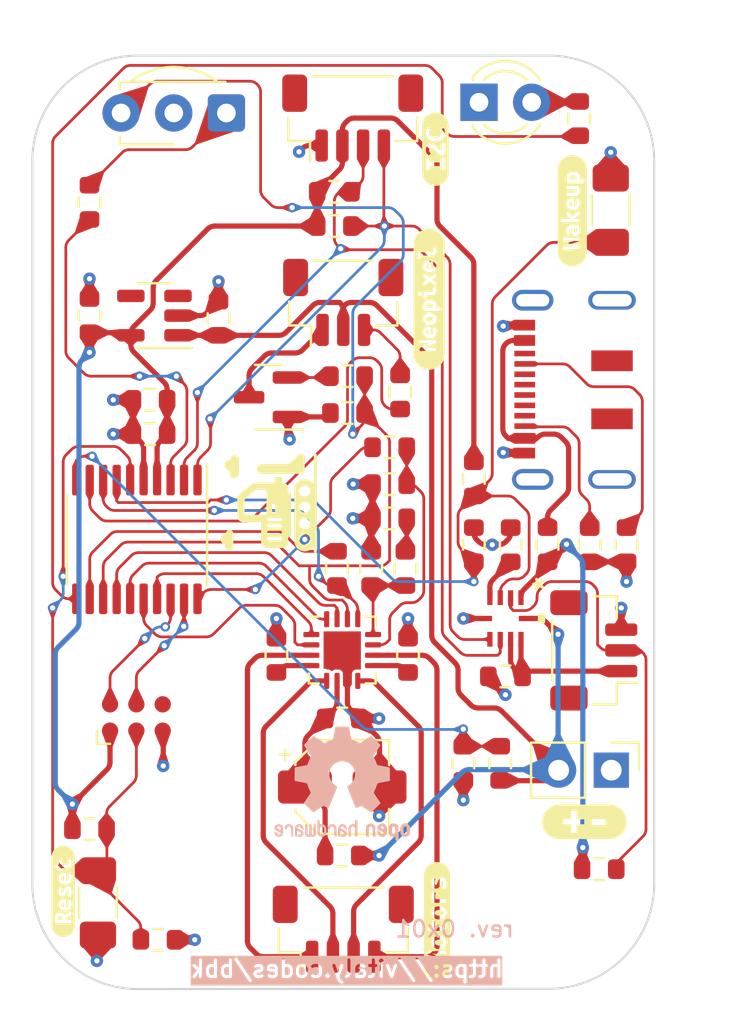
<source format=kicad_pcb>
(kicad_pcb (version 20220914) (generator pcbnew)
  (title_block (title "bbk") (date "2022-10-22") (rev "0x01"))
  (layers (0 "F.Cu" signal) (1 "In1.Cu" power) (2 "In2.Cu" power) (31 "B.Cu" signal) (34 "B.Paste" user) (35 "F.Paste" user) (36 "B.SilkS" user "B.Silkscreen") (37 "F.SilkS" user "F.Silkscreen") (38 "B.Mask" user) (39 "F.Mask" user) (44 "Edge.Cuts" user))
  (net 0 "")
  (net 1 "VBUS")
  (net 2 "GND")
  (net 3 "/CHARGER_VDD")
  (net 4 "/BAT+")
  (net 5 "+3.3V")
  (net 6 "/nRST")
  (net 7 "/I2C_INT")
  (net 8 "Net-(U5-REF)")
  (net 9 "/IR_TX")
  (net 10 "/MOTOR_VSS")
  (net 11 "Net-(C12-Pad1)")
  (net 12 "/I2C_SDA")
  (net 13 "/I2C_SCL")
  (net 14 "Net-(Q1-G)")
  (net 15 "/STANDBY")
  (net 16 "/NEOPIXEL")
  (net 17 "/IR_RX")
  (net 18 "/ADC_BAT")
  (net 19 "/PHASE_A")
  (net 20 "/PWM_B")
  (net 21 "/PWM_A")
  (net 22 "Net-(D1-A)")
  (net 23 "/V_USB")
  (net 24 "/CHARGER_VIN")
  (net 25 "Net-(J1-CC1)")
  (net 29 "Net-(J1-CC2)")
  (net 33 "/NEOPIXEL_GND")
  (net 34 "Net-(J2-Pin_3)")
  (net 35 "Net-(J4-SWDIO)")
  (net 36 "Net-(J4-SWDCLK)")
  (net 38 "/MOTOR_A1")
  (net 39 "/MOTOR_A2")
  (net 40 "/MOTOR_B2")
  (net 41 "/MOTOR_B1")
  (net 42 "Net-(U3-OUT)")
  (net 43 "Net-(U5-TOFF)")
  (net 44 "/MOTOR_A_SENSE")
  (net 45 "/MOTOR_B_SENSE")
  (net 48 "/FAULT")
  (net 49 "/DRIVE_EN")
  (net 50 "/DRIVE_REF")
  (net 51 "/NTC")
  (net 52 "/PHASE_B")
  (footprint "Resistor_SMD:R_0603_1608Metric" (layer "F.Cu") (at 104.775 121.92 90)
    (fp_text reference "R16" hide)
    (fp_text value "2R")
  )
  (footprint "Package_TO_SOT_SMD:SOT-23" (layer "F.Cu") (at 104.394 109.474 180)
    (fp_text reference "Q1" hide)
    (fp_text value "PMV15ENEA")
  )
  (footprint "Resistor_SMD:R_0603_1608Metric" (layer "F.Cu") (at 107.696 117.729 -90)
    (fp_text reference "R12" hide)
    (fp_text value "10K")
  )
  (footprint "#bbk:USB_C_Receptacle_JAE_DX07S016JA3R1500" (layer "F.Cu") (at 117.864933 109.116887 90)
    (fp_text reference "J1" hide)
    (fp_text value "USB_C_Receptacle_USB2.0")
  )
  (footprint "Connector_JST:JST_SH_BM04B-SRSS-TB_1x04-1MP_P1.00mm_Vertical" (layer "F.Cu") (at 108 135.128)
    (fp_text reference "J7" hide)
    (fp_text value "Motors")
  )
  (footprint "Resistor_SMD:R_0603_1608Metric" (layer "F.Cu") (at 120.3452 132.2324 180)
    (fp_text reference "R20" hide)
    (fp_text value "10K")
  )
  (footprint "Resistor_SMD:R_0603_1608Metric" (layer "F.Cu") (at 111.125 121.92 90)
    (fp_text reference "R17" hide)
    (fp_text value "2R")
  )
  (footprint "Resistor_SMD:R_0603_1608Metric" (layer "F.Cu") (at 110.236 115.316 180)
    (fp_text reference "C12" hide)
    (fp_text value "22nF")
  )
  (footprint "Resistor_SMD:R_0603_1608Metric" (layer "F.Cu") (at 117.856 116.586 -90)
    (fp_text reference "F1" hide)
    (fp_text value "Polyfuse")
  )
  (footprint "Resistor_SMD:R_1206_3216Metric_Pad1.30x1.75mm_HandSolder" (layer "F.Cu") (at 120.904 100.457 90)
    (fp_text reference "SW2" hide)
    (fp_text value "Wakeup")
  )
  (footprint "Resistor_SMD:R_0603_1608Metric" (layer "F.Cu") (at 108.204 108.458)
    (fp_text reference "R2" hide)
    (fp_text value "190R")
  )
  (footprint "Resistor_SMD:R_0603_1608Metric" (layer "F.Cu") (at 110.236 111.887 180)
    (fp_text reference "R13" hide)
    (fp_text value "5.1K")
  )
  (footprint "MountingHole:MountingHole_2.2mm_M2" (layer "F.Cu") (at 116 100)
    (fp_text reference "H2" hide)
    (fp_text value "MountingHole")
  )
  (footprint "Resistor_SMD:R_1206_3216Metric_Pad1.30x1.75mm_HandSolder" (layer "F.Cu") (at 96.1644 133.858 -90)
    (fp_text reference "SW1" hide)
    (fp_text value "Reset")
  )
  (footprint "Resistor_SMD:R_0603_1608Metric" (layer "F.Cu") (at 95.758 100.076 90)
    (fp_text reference "R10" hide)
    (fp_text value "190R")
  )
  (footprint "Capacitor_SMD:CP_Elec_4x4.5" (layer "F.Cu") (at 107.95 128.27)
    (fp_text reference "C11" hide)
    (fp_text value "22uF")
  )
  (footprint "MountingHole:MountingHole_2.2mm_M2" (layer "F.Cu") (at 100 100)
    (fp_text reference "H1" hide)
    (fp_text value "MountingHole")
  )
  (footprint "Resistor_SMD:R_0603_1608Metric" (layer "F.Cu") (at 98.679 111.252 180)
    (fp_text reference "C2" hide)
    (fp_text value "100nF")
  )
  (footprint "Resistor_SMD:R_0603_1608Metric" (layer "F.Cu") (at 107.569 101.219 180)
    (fp_text reference "R19" hide)
    (fp_text value "5.1K")
  )
  (footprint "kibuzzard-6354BB14" (layer "F.Cu") (at 112.522 134.7216 90)
    (fp_text reference "kibuzzard-6354BB14" hide)
    (fp_text value "G***" hide)
  )
  (footprint "Resistor_SMD:R_0603_1608Metric" (layer "F.Cu") (at 114.3 116.586 90)
    (fp_text reference "C7" hide)
    (fp_text value "100nF")
  )
  (footprint "#bbk:MP2667GG-xxxx-Z" (layer "F.Cu") (at 115.824 120.142 -90)
    (fp_text reference "U2" hide)
    (fp_text value "MP2667GG-xxxx-Z" hide)
  )
  (footprint "Connector_JST:JST_SH_BM03B-SRSS-TB_1x03-1MP_P1.00mm_Vertical" (layer "F.Cu") (at 120.087 121.682 90)
    (fp_text reference "J5" hide)
    (fp_text value "Li-Ion")
  )
  (footprint "Resistor_SMD:R_0603_1608Metric" (layer "F.Cu") (at 110.998 117.729 -90)
    (fp_text reference "R14" hide)
    (fp_text value "47K")
  )
  (footprint "Package_DFN_QFN:VQFN-16-1EP_3x3mm_P0.5mm_EP1.8x1.8mm" (layer "F.Cu") (at 107.95 121.666)
    (fp_text reference "U5" hide)
    (fp_text value "STSPIN240")
  )
  (footprint "Resistor_SMD:R_0603_1608Metric" (layer "F.Cu") (at 95.758 105.537 90)
    (fp_text reference "C8" hide)
    (fp_text value "10uF")
  )
  (footprint "Resistor_SMD:R_0603_1608Metric" (layer "F.Cu") (at 109.347 117.729 -90)
    (fp_text reference "R15" hide)
    (fp_text value "1K")
  )
  (footprint "Package_SO:TSSOP-20_4.4x6.5mm_P0.65mm" (layer "F.Cu") (at 98.044 116.332 -90)
    (fp_text reference "U1" hide)
    (fp_text value "STM32G0xxFx")
  )
  (footprint "Resistor_SMD:R_0603_1608Metric" (layer "F.Cu") (at 107.569 99.568 180)
    (fp_text reference "R18" hide)
    (fp_text value "5.1K")
  )
  (footprint "Resistor_SMD:R_0603_1608Metric" (layer "F.Cu") (at 101.981 105.664 90)
    (fp_text reference "C6" hide)
    (fp_text value "10uF")
  )
  (footprint "kibuzzard-6354BC68" (layer "F.Cu") (at 119.634 129.9464)
    (fp_text reference "kibuzzard-6354BC68" hide)
    (fp_text value "G***" hide)
  )
  (footprint "Resistor_SMD:R_0603_1608Metric" (layer "F.Cu") (at 110.744 109.22 -90)
    (fp_text reference "R5" hide)
    (fp_text value "190R")
  )
  (footprint "MountingHole:MountingHole_2.2mm_M2" (layer "F.Cu") (at 100 132)
    (fp_text reference "H3" hide)
    (fp_text value "MountingHole")
  )
  (footprint "Connector_JST:JST_SH_BM03B-SRSS-TB_1x03-1MP_P1.00mm_Vertical" (layer "F.Cu") (at 108 104.902)
    (fp_text reference "J2" hide)
    (fp_text value "Neopixel")
  )
  (footprint "Resistor_SMD:R_0603_1608Metric" (layer "F.Cu") (at 110.236 113.665 180)
    (fp_text reference "C9" hide)
    (fp_text value "10uF")
  )
  (footprint "Connector_JST:JST_SH_BM04B-SRSS-TB_1x04-1MP_P1.00mm_Vertical" (layer "F.Cu") (at 108.458 96.012)
    (fp_text reference "J6" hide)
    (fp_text value "I2C")
  )
  (footprint "Resistor_SMD:R_0603_1608Metric" (layer "F.Cu") (at 108.204 110.236 180)
    (fp_text reference "R1" hide)
    (fp_text value "10K")
  )
  (footprint "OptoDevice:Vishay_MINICAST-3Pin" (layer "F.Cu") (at 102.362 95.767 180)
    (fp_text reference "U3" hide)
    (fp_text value "TSOP93338")
  )
  (footprint "Resistor_SMD:R_0603_1608Metric" (layer "F.Cu") (at 99.06 135.636)
    (fp_text reference "C5" hide)
    (fp_text value "100nF")
  )
  (footprint "Resistor_SMD:R_0603_1608Metric" (layer "F.Cu") (at 114.3 113.411 -90)
    (fp_text reference "R9" hide)
    (fp_text value "10K")
  )
  (footprint "Resistor_SMD:R_0603_1608Metric" (layer "F.Cu") (at 121.666 116.586 -90)
    (fp_text reference "R4" hide)
    (fp_text value "5.1K")
  )
  (footprint "Resistor_SMD:R_0603_1608Metric" (layer "F.Cu") (at 107.95 131.572 180)
    (fp_text reference "FB1" hide)
    (fp_text value "FerriteBead")
  )
  (footprint "LED_THT:LED_D3.0mm_IRBlack" (layer "F.Cu") (at 114.549 95.25)
    (fp_text reference "D1" hide)
    (fp_text value "TSAL4400")
  )
  (footprint "kibuzzard-6354BC97" (layer "F.Cu") (at 94.488 133.2992 90)
    (fp_text reference "kibuzzard-6354BC97" hide)
    (fp_text value "G***" hide)
  )
  (footprint "Resistor_SMD:R_0603_1608Metric" (layer "F.Cu") (at 119.38 96.0374 -90)
    (fp_text reference "R11" hide)
    (fp_text value "330R")
  )
  (footprint "Connector_PinHeader_2.54mm:PinHeader_1x02_P2.54mm_Vertical" (layer "F.Cu") (at 120.9294 127.4572 -90)
    (fp_text reference "J3" hide)
    (fp_text value "ExtPower")
  )
  (footprint "Resistor_SMD:R_0603_1608Metric" (layer "F.Cu") (at 107.95 124.968)
    (fp_text reference "C10" hide)
    (fp_text value "100nF")
  )
  (footprint "kibuzzard-6354BBA3" (layer "F.Cu") (at 112.4458 97.5106 90)
    (fp_text reference "kibuzzard-6354BBA3" hide)
    (fp_text value "G***" hide)
  )
  (footprint "Resistor_SMD:R_0603_1608Metric" (layer "F.Cu") (at 119.888 116.586 -90)
    (fp_text reference "R3" hide)
    (fp_text value "5.1K")
  )
  (footprint "kibuzzard-6354BCF7" (layer "F.Cu") (at 112.141 104.7496 90)
    (fp_text reference "kibuzzard-6354BCF7" hide)
    (fp_text value "G***" hide)
  )
  (footprint "Resistor_SMD:R_0603_1608Metric" (layer "F.Cu") (at 116.078 116.586 -90)
    (fp_text reference "C3" hide)
    (fp_text value "10uF")
  )
  (footprint "MountingHole:MountingHole_2.2mm_M2" (layer "F.Cu") (at 116 132)
    (fp_text reference "H4" hide)
    (fp_text value "MountingHole")
  )
  (footprint "Package_TO_SOT_SMD:TSOT-23-5" (layer "F.Cu") (at 98.89 105.537 180)
    (fp_text reference "U4" hide)
    (fp_text value "AP7370-33W5-7")
  )
  (footprint "Connector:Tag-Connect_TC2030-IDC-NL_2x03_P1.27mm_Vertical" (layer "F.Cu") (at 98.0186 124.9172)
    (fp_text reference "J4" hide)
    (fp_text value "TagConnect")
  )
  (footprint "Resistor_SMD:R_0603_1608Metric" (layer "F.Cu") (at 95.758 130.302)
    (fp_text reference "R6" hide)
    (fp_text value "10K")
  )
  (footprint "Resistor_SMD:R_0603_1608Metric" (layer "F.Cu") (at 115.57 127.127 90)
    (fp_text reference "R7" hide)
    (fp_text value "10K")
  )
  (footprint "Resistor_SMD:R_0603_1608Metric" (layer "F.Cu") (at 115.824 122.936)
    (fp_text reference "C4" hide)
    (fp_text value "10uF")
  )
  (footprint "kibuzzard-6354BCC6" (layer "F.Cu") (at 119.0498 100.4824 90)
    (fp_text reference "kibuzzard-6354BCC6" hide)
    (fp_text value "G***" hide)
  )
  (footprint "Resistor_SMD:R_0603_1608Metric" (layer "F.Cu") (at 113.792 127.127 -90)
    (fp_text reference "R8" hide)
    (fp_text value "20K")
  )
  (footprint "Resistor_SMD:R_0603_1608Metric" (layer "F.Cu") (at 98.679 109.601 180)
    (fp_text reference "C1" hide)
    (fp_text value "10uF")
  )
  (footprint "Symbol:OSHW-Logo2_7.3x6mm_SilkScreen" (layer "B.Cu") (at 107.95 128.1176 180)
    (fp_text reference "REF**" hide)
    (fp_text value "OSHW-Logo2_7.3x6mm_SilkScreen" hide)
  )
  (gr_poly (pts (xy 102.887222 114.357798) (xy 102.888512 114.342304) (xy 102.890642 114.326965) (xy 102.893599 114.31181) (xy 102.897365 114.296875) (xy 102.901925 114.282189) (xy 102.907264 114.267786) (xy 102.913366 114.253699) (xy 102.920215 114.239958) (xy 102.927797 114.226597) (xy 102.936095 114.213648) (xy 102.945093 114.201143) (xy 102.954777 114.189115) (xy 102.965131 114.177595) (xy 102.976139 114.166616) (xy 102.987785 114.156211) (xy 103.58314 113.653502) (xy 103.592979 113.645619) (xy 103.603121 113.638205) (xy 103.613547 113.631264) (xy 103.624241 113.624804) (xy 103.635184 113.618828) (xy 103.646358 113.613343) (xy 103.657746 113.608355) (xy 103.66933 113.603868) (xy 103.681091 113.599888) (xy 103.693012 113.596421) (xy 103.705075 113.593472) (xy 103.717263 113.591047) (xy 103.729557 113.589152) (xy 103.741939 113.587791) (xy 103.754392 113.58697) (xy 103.766898 113.586696) (xy 104.690378 113.586696) (xy 104.690378 113.317106) (xy 105.05108 113.317106) (xy 105.05108 113.586696) (xy 105.060175 113.586696) (xy 105.074753 113.587064) (xy 105.089144 113.588158) (xy 105.10333 113.58996) (xy 105.117292 113.592452) (xy 105.131013 113.595617) (xy 105.144475 113.599436) (xy 105.157659 113.603893) (xy 105.170547 113.608969) (xy 105.183122 113.614647) (xy 105.195365 113.620909) (xy 105.207258 113.627737) (xy 105.218783 113.635115) (xy 105.229923 113.643023) (xy 105.240658 113.651445) (xy 105.250971 113.660363) (xy 105.260844 113.669759) (xy 105.270259 113.679615) (xy 105.279197 113.689915) (xy 105.287641 113.700639) (xy 105.295572 113.711771) (xy 105.302973 113.723293) (xy 105.309825 113.735187) (xy 105.31611 113.747435) (xy 105.32181 113.760021) (xy 105.326908 113.772925) (xy 105.331384 113.786131) (xy 105.335221 113.799621) (xy 105.338401 113.813377) (xy 105.340906 113.827382) (xy 105.342718 113.841617) (xy 105.343818 113.856065) (xy 105.344189 113.87071) (xy 105.344189 114.106104) (xy 105.485455 114.106104) (xy 105.485455 116.225629) (xy 105.344189 116.225629) (xy 105.344189 116.461023) (xy 105.34382 116.475601) (xy 105.342726 116.489992) (xy 105.340924 116.504177) (xy 105.338432 116.51814) (xy 105.335268 116.531861) (xy 105.331448 116.545322) (xy 105.326992 116.558507) (xy 105.321916 116.571395) (xy 105.316238 116.58397) (xy 105.309976 116.596213) (xy 105.303147 116.608106) (xy 105.29577 116.619632) (xy 105.287862 116.630771) (xy 105.27944 116.641506) (xy 105.270522 116.651819) (xy 105.261126 116.661692) (xy 105.251269 116.671107) (xy 105.24097 116.680045) (xy 105.230246 116.688489) (xy 105.219114 116.69642) (xy 105.207592 116.703821) (xy 105.195698 116.710673) (xy 105.183449 116.716958) (xy 105.170864 116.722658) (xy 105.157959 116.727756) (xy 105.144753 116.732232) (xy 105.131264 116.73607) (xy 105.117508 116.73925) (xy 105.103503 116.741755) (xy 105.089268 116.743566) (xy 105.074819 116.744667) (xy 105.060175 116.745037) (xy 104.963708 116.745037) (xy 104.963708 116.375182) (xy 104.967529 116.375085) (xy 104.971302 116.374797) (xy 104.97502 116.374322) (xy 104.97868 116.373666) (xy 104.982276 116.372834) (xy 104.985804 116.371829) (xy 104.989259 116.370657) (xy 104.992636 116.369322) (xy 104.995931 116.367829) (xy 104.999139 116.366183) (xy 105.002255 116.364388) (xy 105.005275 116.36245) (xy 105.008193 116.360373) (xy 105.011006 116.358161) (xy 105.013707 116.35582) (xy 105.016294 116.353354) (xy 105.01876 116.350768) (xy 105.021101 116.348066) (xy 105.023313 116.345254) (xy 105.02539 116.342335) (xy 105.027328 116.339316) (xy 105.029123 116.336199) (xy 105.030769 116.332992) (xy 105.032261 116.329696) (xy 105.033596 116.326319) (xy 105.034768 116.322864) (xy 105.035773 116.319336) (xy 105.036606 116.31574) (xy 105.037262 116.31208) (xy 105.037736 116.308362) (xy 105.038024 116.30459) (xy 105.038121 116.300768) (xy 105.038024 116.296946) (xy 105.037736 116.293174) (xy 105.037262 116.289456) (xy 105.036606 116.285796) (xy 105.035773 116.2822) (xy 105.034768 116.278672) (xy 105.033596 116.275217) (xy 105.032261 116.27184) (xy 105.030769 116.268545) (xy 105.029123 116.265337) (xy 105.027328 116.262221) (xy 105.02539 116.259201) (xy 105.023313 116.256283) (xy 105.021101 116.25347) (xy 105.01876 116.250769) (xy 105.016294 116.248182) (xy 105.013707 116.245716) (xy 105.011006 116.243375) (xy 105.008193 116.241163) (xy 105.005275 116.239086) (xy 105.002255 116.237148) (xy 104.999139 116.235353) (xy 104.995931 116.233707) (xy 104.992636 116.232215) (xy 104.989259 116.23088) (xy 104.985804 116.229707) (xy 104.982276 116.228703) (xy 104.97868 116.22787) (xy 104.97502 116.227214) (xy 104.971302 116.22674) (xy 104.967529 116.226452) (xy 104.963708 116.226355) (xy 104.963708 116.065376) (xy 104.967529 116.065279) (xy 104.971302 116.064991) (xy 104.97502 116.064516) (xy 104.97868 116.06386) (xy 104.982276 116.063028) (xy 104.985804 116.062023) (xy 104.989259 116.060851) (xy 104.992636 116.059516) (xy 104.995931 116.058023) (xy 104.999139 116.056377) (xy 105.002255 116.054582) (xy 105.005275 116.052644) (xy 105.008193 116.050567) (xy 105.011006 116.048355) (xy 105.013707 116.046014) (xy 105.016294 116.043548) (xy 105.01876 116.040962) (xy 105.021101 116.03826) (xy 105.023313 116.035448) (xy 105.02539 116.032529) (xy 105.027328 116.02951) (xy 105.029123 116.026394) (xy 105.030769 116.023186) (xy 105.032261 116.019891) (xy 105.033596 116.016513) (xy 105.034768 116.013058) (xy 105.035773 116.00953) (xy 105.036606 116.005934) (xy 105.037262 116.002275) (xy 105.037736 115.998556) (xy 105.038024 115.994784) (xy 105.038121 115.990962) (xy 105.038024 115.98714) (xy 105.037736 115.983368) (xy 105.037262 115.97965) (xy 105.036606 115.97599) (xy 105.035773 115.972394) (xy 105.034768 115.968866) (xy 105.033596 115.965411) (xy 105.032261 115.962034) (xy 105.030769 115.958739) (xy 105.029123 115.955531) (xy 105.027328 115.952415) (xy 105.02539 115.949395) (xy 105.023313 115.946477) (xy 105.021101 115.943664) (xy 105.01876 115.940963) (xy 105.016294 115.938376) (xy 105.013707 115.93591) (xy 105.011006 115.933569) (xy 105.008193 115.931357) (xy 105.005275 115.92928) (xy 105.002255 115.927342) (xy 104.999139 115.925547) (xy 104.995931 115.923901) (xy 104.992636 115.922409) (xy 104.989259 115.921074) (xy 104.985804 115.919901) (xy 104.982276 115.918897) (xy 104.97868 115.918064) (xy 104.97502 115.917408) (xy 104.971302 115.916934) (xy 104.967529 115.916646) (xy 104.963708 115.916549) (xy 104.963708 115.754776) (xy 104.967529 115.754679) (xy 104.971302 115.754391) (xy 104.97502 115.753917) (xy 104.97868 115.753261) (xy 104.982276 115.752428) (xy 104.985804 115.751423) (xy 104.989259 115.750251) (xy 104.992636 115.748916) (xy 104.995931 115.747423) (xy 104.999139 115.745777) (xy 105.002255 115.743983) (xy 105.005275 115.742045) (xy 105.008193 115.739967) (xy 105.011006 115.737756) (xy 105.013707 115.735415) (xy 105.016294 115.732948) (xy 105.01876 115.730362) (xy 105.021101 115.727661) (xy 105.023313 115.724848) (xy 105.02539 115.72193) (xy 105.027328 115.71891) (xy 105.029123 115.715794) (xy 105.030769 115.712586) (xy 105.032261 115.709291) (xy 105.033596 115.705914) (xy 105.034768 115.702459) (xy 105.035773 115.698931) (xy 105.036606 115.695335) (xy 105.037262 115.691675) (xy 105.037736 115.687957) (xy 105.038024 115.684184) (xy 105.038121 115.680363) (xy 105.038024 115.676541) (xy 105.037736 115.672769) (xy 105.037262 115.669051) (xy 105.036606 115.665391) (xy 105.035773 115.661795) (xy 105.034768 115.658267) (xy 105.033596 115.654812) (xy 105.032261 115.651435) (xy 105.030769 115.648139) (xy 105.029123 115.644932) (xy 105.027328 115.641815) (xy 105.02539 115.638796) (xy 105.023313 115.635878) (xy 105.021101 115.633065) (xy 105.01876 115.630364) (xy 105.016294 115.627777) (xy 105.013707 115.625311) (xy 105.011006 115.62297) (xy 105.008193 115.620758) (xy 105.005275 115.618681) (xy 105.002255 115.616743) (xy 104.999139 115.614948) (xy 104.995931 115.613302) (xy 104.992636 115.611809) (xy 104.989259 115.610475) (xy 104.985804 115.609302) (xy 104.982276 115.608298) (xy 104.97868 115.607465) (xy 104.97502 115.606809) (xy 104.971302 115.606335) (xy 104.967529 115.606047) (xy 104.963708 115.605949) (xy 104.963708 115.444928) (xy 104.967529 115.444831) (xy 104.971302 115.444543) (xy 104.97502 115.444068) (xy 104.97868 115.443413) (xy 104.982276 115.44258) (xy 104.985804 115.441575) (xy 104.989259 115.440403) (xy 104.992636 115.439068) (xy 104.995931 115.437575) (xy 104.999139 115.435929) (xy 105.002255 115.434135) (xy 105.005275 115.432196) (xy 105.008193 115.430119) (xy 105.011006 115.427907) (xy 105.013707 115.425566) (xy 105.016294 115.4231) (xy 105.01876 115.420514) (xy 105.021101 115.417812) (xy 105.023313 115.415) (xy 105.02539 115.412082) (xy 105.027328 115.409062) (xy 105.029123 115.405946) (xy 105.030769 115.402738) (xy 105.032261 115.399443) (xy 105.033596 115.396065) (xy 105.034768 115.39261) (xy 105.035773 115.389083) (xy 105.036606 115.385486) (xy 105.037262 115.381827) (xy 105.037736 115.378109) (xy 105.038024 115.374336) (xy 105.038121 115.370515) (xy 105.038024 115.366693) (xy 105.037736 115.362921) (xy 105.037262 115.359202) (xy 105.036606 115.355543) (xy 105.035773 115.351946) (xy 105.034768 115.348419) (xy 105.033596 115.344964) (xy 105.032261 115.341586) (xy 105.030769 115.338291) (xy 105.029123 115.335083) (xy 105.027328 115.331967) (xy 105.02539 115.328948) (xy 105.023313 115.326029) (xy 105.021101 115.323217) (xy 105.01876 115.320515) (xy 105.016294 115.317929) (xy 105.013707 115.315463) (xy 105.011006 115.313122) (xy 105.008193 115.31091) (xy 105.005275 115.308833) (xy 105.002255 115.306894) (xy 104.999139 115.3051) (xy 104.995931 115.303454) (xy 104.992636 115.301961) (xy 104.989259 115.300626) (xy 104.985804 115.299454) (xy 104.982276 115.298449) (xy 104.97868 115.297617) (xy 104.97502 115.296961) (xy 104.971302 115.296486) (xy 104.967529 115.296198) (xy 104.963708 115.296101) (xy 104.63721 115.296101) (xy 104.63721 115.041684) (xy 104.641032 115.041587) (xy 104.644804 115.041299) (xy 104.648522 115.040824) (xy 104.652182 115.040168) (xy 104.655778 115.039336) (xy 104.659306 115.038331) (xy 104.662761 115.037159) (xy 104.666138 115.035824) (xy 104.669433 115.034331) (xy 104.672641 115.032685) (xy 104.675757 115.03089) (xy 104.678777 115.028952) (xy 104.681695 115.026875) (xy 104.684508 115.024663) (xy 104.687209 115.022322) (xy 104.689796 115.019856) (xy 104.692262 115.01727) (xy 104.694603 115.014568) (xy 104.696814 115.011756) (xy 104.698892 115.008837) (xy 104.70083 115.005818) (xy 104.702624 115.002702) (xy 104.70427 114.999494) (xy 104.705763 114.996199) (xy 104.707098 114.992821) (xy 104.70827 114.989366) (xy 104.709275 114.985838) (xy 104.710108 114.982242) (xy 104.710764 114.978583) (xy 104.711238 114.974864) (xy 104.711526 114.971092) (xy 104.711623 114.96727) (xy 104.711623 114.693882) (xy 104.711526 114.69006) (xy 104.711238 114.686288) (xy 104.710763 114.682569) (xy 104.710106 114.67891) (xy 104.709273 114.675314) (xy 104.708267 114.671786) (xy 104.707094 114.668331) (xy 104.705758 114.664953) (xy 104.704263 114.661658) (xy 104.702616 114.65845) (xy 104.70082 114.655334) (xy 104.698881 114.652315) (xy 104.696802 114.649396) (xy 104.69459 114.646584) (xy 104.692247 114.643882) (xy 104.68978 114.641296) (xy 104.687193 114.63883) (xy 104.684491 114.636489) (xy 104.681678 114.634277) (xy 104.678759 114.6322) (xy 104.675739 114.630261) (xy 104.672623 114.628467) (xy 104.669415 114.626821) (xy 104.666121 114.625328) (xy 104.662744 114.623993) (xy 104.659291 114.622821) (xy 104.655764 114.621816) (xy 104.65217 114.620983) (xy 104.648513 114.620328) (xy 104.644797 114.619853) (xy 104.641028 114.619565) (xy 104.63721 114.619468) (xy 104.633388 114.619565) (xy 104.629616 114.619853) (xy 104.625898 114.620328) (xy 104.622238 114.620983) (xy 104.618642 114.621816) (xy 104.615114 114.622821) (xy 104.611659 114.623993) (xy 104.608282 114.625328) (xy 104.604987 114.626821) (xy 104.601779 114.628467) (xy 104.598663 114.630261) (xy 104.595643 114.6322) (xy 104.592725 114.634277) (xy 104.589912 114.636489) (xy 104.587211 114.63883) (xy 104.584624 114.641296) (xy 104.582158 114.643882) (xy 104.579817 114.646584) (xy 104.577605 114.649396) (xy 104.575528 114.652315) (xy 104.57359 114.655334) (xy 104.571795 114.65845) (xy 104.570149 114.661658) (xy 104.568657 114.664953) (xy 104.567322 114.668331) (xy 104.566149 114.671786) (xy 104.565145 114.675314) (xy 104.564312 114.67891) (xy 104.563656 114.682569) (xy 104.563182 114.686288) (xy 104.562894 114.69006) (xy 104.562797 114.693882) (xy 104.562797 114.96727) (xy 104.562894 114.971092) (xy 104.563182 114.974864) (xy 104.563656 114.978583) (xy 104.564312 114.982242) (xy 104.565145 114.985838) (xy 104.566149 114.989366) (xy 104.567322 114.992821) (xy 104.568657 114.996199) (xy 104.570149 114.999494) (xy 104.571795 115.002702) (xy 104.57359 115.005818) (xy 104.575528 115.008837) (xy 104.577605 115.011756) (xy 104.579817 115.014568) (xy 104.582158 115.01727) (xy 104.584624 115.019856) (xy 104.587211 115.022322) (xy 104.589912 115.024663) (xy 104.592725 115.026875) (xy 104.595643 115.028952) (xy 104.598663 115.03089) (xy 104.601779 115.032685) (xy 104.604987 115.034331) (xy 104.608282 115.035824) (xy 104.611659 115.037159) (xy 104.615114 115.038331) (xy 104.618642 115.039336) (xy 104.622238 115.040168) (xy 104.625898 115.040824) (xy 104.629616 115.041299) (xy 104.633388 115.041587) (xy 104.63721 115.041684) (xy 104.63721 115.296101) (xy 104.404029 115.296101) (xy 104.400208 115.296198) (xy 104.396436 115.296486) (xy 104.392717 115.296961) (xy 104.389058 115.297617) (xy 104.385462 115.298449) (xy 104.381934 115.299454) (xy 104.378479 115.300626) (xy 104.375101 115.301961) (xy 104.371806 115.303454) (xy 104.368598 115.3051) (xy 104.365482 115.306894) (xy 104.362463 115.308833) (xy 104.359544 115.31091) (xy 104.356732 115.313122) (xy 104.35403 115.315463) (xy 104.351444 115.317929) (xy 104.348978 115.320515) (xy 104.346637 115.323217) (xy 104.344425 115.326029) (xy 104.342348 115.328948) (xy 104.34041 115.331967) (xy 104.338615 115.335083) (xy 104.336969 115.338291) (xy 104.335476 115.341586) (xy 104.334141 115.344964) (xy 104.332969 115.348419) (xy 104.331964 115.351946) (xy 104.331132 115.355543) (xy 104.330476 115.359202) (xy 104.330001 115.362921) (xy 104.329713 115.366693) (xy 104.329616 115.370515) (xy 104.329713 115.374336) (xy 104.330001 115.378109) (xy 104.330476 115.381827) (xy 104.331132 115.385486) (xy 104.331964 115.389083) (xy 104.332969 115.39261) (xy 104.334141 115.396065) (xy 104.335476 115.399443) (xy 104.336969 115.402738) (xy 104.338615 115.405946) (xy 104.34041 115.409062) (xy 104.342348 115.412082) (xy 104.344425 115.415) (xy 104.346637 115.417812) (xy 104.348978 115.420514) (xy 104.351444 115.4231) (xy 104.35403 115.425566) (xy 104.356732 115.427907) (xy 104.359544 115.430119) (xy 104.362463 115.432196) (xy 104.365482 115.434135) (xy 104.368598 115.435929) (xy 104.371806 115.437575) (xy 104.375101 115.439068) (xy 104.378479 115.440403) (xy 104.381934 115.441575) (xy 104.385462 115.44258) (xy 104.389058 115.443413) (xy 104.392717 115.444068) (xy 104.396436 115.444543) (xy 104.400208 115.444831) (xy 104.404029 115.444928) (xy 104.963708 115.444928) (xy 104.963708 115.605949) (xy 104.404029 115.605949) (xy 104.400208 115.606047) (xy 104.396436 115.606335) (xy 104.392717 115.606809) (xy 104.389058 115.607465) (xy 104.385462 115.608298) (xy 104.381934 115.609302) (xy 104.378479 115.610475) (xy 104.375101 115.611809) (xy 104.371806 115.613302) (xy 104.368598 115.614948) (xy 104.365482 115.616743) (xy 104.362463 115.618681) (xy 104.359544 115.620758) (xy 104.356732 115.62297) (xy 104.35403 115.625311) (xy 104.351444 115.627777) (xy 104.348978 115.630364) (xy 104.346637 115.633065) (xy 104.344425 115.635878) (xy 104.342348 115.638796) (xy 104.34041 115.641815) (xy 104.338615 115.644932) (xy 104.336969 115.648139) (xy 104.335476 115.651435) (xy 104.334141 115.654812) (xy 104.332969 115.658267) (xy 104.331964 115.661795) (xy 104.331132 115.665391) (xy 104.330476 115.669051) (xy 104.330001 115.672769) (xy 104.329713 115.676541) (xy 104.329616 115.680363) (xy 104.329713 115.684184) (xy 104.330001 115.687957) (xy 104.330476 115.691675) (xy 104.331132 115.695335) (xy 104.331964 115.698931) (xy 104.332969 115.702459) (xy 104.334141 115.705914) (xy 104.335476 115.709291) (xy 104.336969 115.712586) (xy 104.338615 115.715794) (xy 104.34041 115.71891) (xy 104.342348 115.72193) (xy 104.344425 115.724848) (xy 104.346637 115.727661) (xy 104.348978 115.730362) (xy 104.351444 115.732948) (xy 104.35403 115.735415) (xy 104.356732 115.737756) (xy 104.359544 115.739967) (xy 104.362463 115.742045) (xy 104.365482 115.743983) (xy 104.368598 115.745777) (xy 104.371806 115.747423) (xy 104.375101 115.748916) (xy 104.378479 115.750251) (xy 104.381934 115.751423) (xy 104.385462 115.752428) (xy 104.389058 115.753261) (xy 104.392717 115.753917) (xy 104.396436 115.754391) (xy 104.400208 115.754679) (xy 104.404029 115.754776) (xy 104.963708 115.754776) (xy 104.963708 115.916549) (xy 104.404029 115.916549) (xy 104.400208 115.916646) (xy 104.396436 115.916934) (xy 104.392717 115.917408) (xy 104.389058 115.918064) (xy 104.385462 115.918897) (xy 104.381934 115.919901) (xy 104.378479 115.921074) (xy 104.375101 115.922409) (xy 104.371806 115.923901) (xy 104.368598 115.925547) (xy 104.365482 115.927342) (xy 104.362463 115.92928) (xy 104.359544 115.931357) (xy 104.356732 115.933569) (xy 104.35403 115.93591) (xy 104.351444 115.938376) (xy 104.348978 115.940963) (xy 104.346637 115.943664) (xy 104.344425 115.946477) (xy 104.342348 115.949395) (xy 104.34041 115.952415) (xy 104.338615 115.955531) (xy 104.336969 115.958739) (xy 104.335476 115.962034) (xy 104.334141 115.965411) (xy 104.332969 115.968866) (xy 104.331964 115.972394) (xy 104.331132 115.97599) (xy 104.330476 115.97965) (xy 104.330001 115.983368) (xy 104.329713 115.98714) (xy 104.329616 115.990962) (xy 104.329713 115.994784) (xy 104.330001 115.998556) (xy 104.330476 116.002275) (xy 104.331132 116.005934) (xy 104.331964 116.00953) (xy 104.332969 116.013058) (xy 104.334141 116.016513) (xy 104.335476 116.019891) (xy 104.336969 116.023186) (xy 104.338615 116.026394) (xy 104.34041 116.02951) (xy 104.342348 116.032529) (xy 104.344425 116.035448) (xy 104.346637 116.03826) (xy 104.348978 116.040962) (xy 104.351444 116.043548) (xy 104.35403 116.046014) (xy 104.356732 116.048355) (xy 104.359544 116.050567) (xy 104.362463 116.052644) (xy 104.365482 116.054582) (xy 104.368598 116.056377) (xy 104.371806 116.058023) (xy 104.375101 116.059516) (xy 104.378479 116.060851) (xy 104.381934 116.062023) (xy 104.385462 116.063028) (xy 104.389058 116.06386) (xy 104.392717 116.064516) (xy 104.396436 116.064991) (xy 104.400208 116.065279) (xy 104.404029 116.065376) (xy 104.963708 116.065376) (xy 104.963708 116.226355) (xy 104.404029 116.226355) (xy 104.400208 116.226452) (xy 104.396436 116.22674) (xy 104.392717 116.227214) (xy 104.389058 116.22787) (xy 104.385462 116.228703) (xy 104.381934 116.229707) (xy 104.378479 116.23088) (xy 104.375101 116.232215) (xy 104.371806 116.233707) (xy 104.368598 116.235353) (xy 104.365482 116.237148) (xy 104.362463 116.239086) (xy 104.359544 116.241163) (xy 104.356732 116.243375) (xy 104.35403 116.245716) (xy 104.351444 116.248182) (xy 104.348978 116.250769) (xy 104.346637 116.25347) (xy 104.344425 116.256283) (xy 104.342348 116.259201) (xy 104.34041 116.262221) (xy 104.338615 116.265337) (xy 104.336969 116.268545) (xy 104.335476 116.27184) (xy 104.334141 116.275217) (xy 104.332969 116.278672) (xy 104.331964 116.2822) (xy 104.331132 116.285796) (xy 104.330476 116.289456) (xy 104.330001 116.293174) (xy 104.329713 116.296946) (xy 104.329616 116.300768) (xy 104.329713 116.30459) (xy 104.330001 116.308362) (xy 104.330476 116.31208) (xy 104.331132 116.31574) (xy 104.331964 116.319336) (xy 104.332969 116.322864) (xy 104.334141 116.326319) (xy 104.335476 116.329696) (xy 104.336969 116.332992) (xy 104.338615 116.336199) (xy 104.34041 116.339316) (xy 104.342348 116.342335) (xy 104.344425 116.345254) (xy 104.346637 116.348066) (xy 104.348978 116.350768) (xy 104.351444 116.353354) (xy 104.35403 116.35582) (xy 104.356732 116.358161) (xy 104.359544 116.360373) (xy 104.362463 116.36245) (xy 104.365482 116.364388) (xy 104.368598 116.366183) (xy 104.371806 116.367829) (xy 104.375101 116.369322) (xy 104.378479 116.370657) (xy 104.381934 116.371829) (xy 104.385462 116.372834) (xy 104.389058 116.373666) (xy 104.392717 116.374322) (xy 104.396436 116.374797) (xy 104.400208 116.375085) (xy 104.404029 116.375182) (xy 104.963708 116.375182) (xy 104.963708 116.745037) (xy 104.319754 116.745037) (xy 104.319755 116.745037) (xy 104.319756 116.745036) (xy 104.319757 116.745035) (xy 104.319758 116.745034) (xy 104.319759 116.745033) (xy 104.31976 116.745033) (xy 104.319761 116.745032) (xy 104.305117 116.744663) (xy 104.290668 116.743569) (xy 104.276433 116.741767) (xy 104.262428 116.739275) (xy 104.248672 116.736111) (xy 104.235182 116.732291) (xy 104.221976 116.727835) (xy 104.209072 116.722759) (xy 104.196486 116.717081) (xy 104.184238 116.710819) (xy 104.172344 116.70399) (xy 104.160822 116.696613) (xy 104.14969 116.688705) (xy 104.138966 116.680283) (xy 104.128666 116.671365) (xy 104.11881 116.661969) (xy 104.109414 116.652112) (xy 104.100496 116.641813) (xy 104.092074 116.631088) (xy 104.084165 116.619956) (xy 104.076788 116.608435) (xy 104.06996 116.596541) (xy 104.063698 116.584292) (xy 104.05802 116.571707) (xy 104.052944 116.558802) (xy 104.048487 116.545596) (xy 104.044668 116.532106) (xy 104.041503 116.51835) (xy 104.039011 116.504346) (xy 104.037209 116.49011) (xy 104.036115 116.475662) (xy 104.035746 116.461018) (xy 104.035746 115.49731) (xy 103.366694 115.49731) (xy 103.366694 115.144213) (xy 104.168637 115.144161) (xy 104.175145 115.143996) (xy 104.181566 115.143505) (xy 104.187891 115.142697) (xy 104.194112 115.14158) (xy 104.200222 115.140163) (xy 104.206213 115.138452) (xy 104.212077 115.136458) (xy 104.217806 115.134187) (xy 104.223393 115.131648) (xy 104.22883 115.128849) (xy 104.234109 115.125798) (xy 104.239221 115.122505) (xy 104.244161 115.118975) (xy 104.248919 115.115219) (xy 104.253488 115.111244) (xy 104.25786 115.107058) (xy 104.262027 115.10267) (xy 104.265982 115.098087) (xy 104.269717 115.093318) (xy 104.273224 115.088372) (xy 104.276494 115.083255) (xy 104.279522 115.077977) (xy 104.282298 115.072546) (xy 104.284814 115.066969) (xy 104.287064 115.061256) (xy 104.289039 115.055414) (xy 104.290732 115.049451) (xy 104.292134 115.043375) (xy 104.293238 115.037196) (xy 104.294036 115.03092) (xy 104.294521 115.024557) (xy 104.294684 115.018114) (xy 104.294726 114.066609) (xy 104.294561 114.0601) (xy 104.29407 114.05368) (xy 104.293262 114.047355) (xy 104.292145 114.041134) (xy 104.290727 114.035024) (xy 104.289017 114.029033) (xy 104.287022 114.023169) (xy 104.284751 114.017439) (xy 104.282212 114.011852) (xy 104.279414 114.006416) (xy 104.276363 114.001137) (xy 104.273069 113.996024) (xy 104.26954 113.991085) (xy 104.265784 113.986327) (xy 104.261809 113.981758) (xy 104.257623 113.977386) (xy 104.253235 113.973218) (xy 104.248652 113.969263) (xy 104.243883 113.965529) (xy 104.238936 113.962022) (xy 104.23382 113.958751) (xy 104.228542 113.955724) (xy 104.223111 113.952948) (xy 104.217534 113.950431) (xy 104.21182 113.948181) (xy 104.205978 113.946206) (xy 104.200015 113.944514) (xy 104.19394 113.943112) (xy 104.18776 113.942007) (xy 104.181485 113.941209) (xy 104.175121 113.940724) (xy 104.168678 113.940561) (xy 103.83832 113.940561) (xy 103.832772 113.940685) (xy 103.827251 113.941055) (xy 103.821764 113.941667) (xy 103.816318 113.942518) (xy 103.810922 113.943604) (xy 103.805583 113.944923) (xy 103.800309 113.946472) (xy 103.795108 113.948245) (xy 103.789987 113.950242) (xy 103.784954 113.952457) (xy 103.780017 113.954888) (xy 103.775184 113.957531) (xy 103.770462 113.960383) (xy 103.76586 113.963441) (xy 103.761384 113.966702) (xy 103.757043 113.970161) (xy 103.28546 114.368074) (xy 103.280201 114.372623) (xy 103.27525 114.377426) (xy 103.270609 114.382468) (xy 103.266284 114.387737) (xy 103.26228 114.393219) (xy 103.2586 114.398901) (xy 103.255249 114.404769) (xy 103.252232 114.410811) (xy 103.249553 114.417012) (xy 103.247217 114.42336) (xy 103.245228 114.429841) (xy 103.24359 114.436442) (xy 103.242309 114.44315) (xy 103.241388 114.449951) (xy 103.240832 114.456832) (xy 103.240646 114.463779) (xy 103.240646 115.018166) (xy 103.240812 115.024674) (xy 103.241302 115.031095) (xy 103.24211 115.037419) (xy 103.243227 115.043641) (xy 103.244645 115.04975) (xy 103.246355 115.055741) (xy 103.24835 115.061605) (xy 103.250621 115.067335) (xy 103.25316 115.072922) (xy 103.255959 115.078358) (xy 103.259009 115.083637) (xy 103.262303 115.08875) (xy 103.265832 115.09369) (xy 103.269588 115.098448) (xy 103.273563 115.103017) (xy 103.277749 115.107389) (xy 103.282138 115.111556) (xy 103.28672 115.115511) (xy 103.291489 115.119246) (xy 103.296436 115.122752) (xy 103.301552 115.126023) (xy 103.30683 115.12905) (xy 103.312261 115.131826) (xy 103.317838 115.134343) (xy 103.323552 115.136593) (xy 103.329394 115.138568) (xy 103.335357 115.14026) (xy 103.341432 115.141663) (xy 103.347612 115.142767) (xy 103.353887 115.143565) (xy 103.360251 115.14405) (xy 103.366694 115.144213) (xy 103.366694 115.49731) (xy 103.170802 115.49731) (xy 103.156224 115.496941) (xy 103.141834 115.495847) (xy 103.127648 115.494045) (xy 103.113686 115.491553) (xy 103.099965 115.488389) (xy 103.086503 115.484569) (xy 103.073319 115.480113) (xy 103.06043 115.475037) (xy 103.047856 115.469359) (xy 103.035612 115.463097) (xy 103.023719 115.456268) (xy 103.012194 115.448891) (xy 103.001055 115.440983) (xy 102.990319 115.432561) (xy 102.980006 115.423643) (xy 102.970133 115.414247) (xy 102.960719 115.40439) (xy 102.95178 115.394091) (xy 102.943337 115.383366) (xy 102.935405 115.372234) (xy 102.928005 115.360713) (xy 102.921153 115.348819) (xy 102.914868 115.33657) (xy 102.909167 115.323985) (xy 102.90407 115.31108) (xy 102.899593 115.297874) (xy 102.895756 115.284384) (xy 102.892576 115.270628) (xy 102.890071 115.256624) (xy 102.888259 115.242388) (xy 102.887159 115.22794) (xy 102.886788 115.213296) (xy 102.886788 114.373413)) (fill solid) (layer "F.SilkS"))
  (gr_poly (pts (xy 102.277395 112.741783) (xy 102.278456 112.727874) (xy 102.280204 112.71416) (xy 102.282621 112.70066) (xy 102.285689 112.687391) (xy 102.289393 112.674371) (xy 102.293713 112.661617) (xy 102.298634 112.649147) (xy 102.304138 112.636978) (xy 102.310208 112.625129) (xy 102.316826 112.613617) (xy 102.323975 112.602459) (xy 102.331638 112.591673) (xy 102.339798 112.581278) (xy 102.348438 112.57129) (xy 102.35754 112.561727) (xy 102.367086 112.552607) (xy 102.377061 112.543947) (xy 102.387446 112.535766) (xy 102.398224 112.52808) (xy 102.409378 112.520908) (xy 102.420891 112.514267) (xy 102.432746 112.508174) (xy 102.444925 112.502648) (xy 102.45741 112.497706) (xy 102.470186 112.493366) (xy 102.483234 112.489644) (xy 102.496538 112.48656) (xy 102.51008 112.484131) (xy 102.523842 112.482374) (xy 102.537808 112.481306) (xy 102.551961 112.480947) (xy 102.554348 112.480958) (xy 102.555607 112.480986) (xy 102.556886 112.48104) (xy 102.558166 112.481129) (xy 102.559431 112.481261) (xy 102.560052 112.481346) (xy 102.560662 112.481445) (xy 102.561259 112.48156) (xy 102.561841 112.481691) (xy 102.561841 112.478673) (xy 102.562108 112.46806) (xy 102.562901 112.457584) (xy 102.564207 112.447258) (xy 102.566013 112.437097) (xy 102.568306 112.427112) (xy 102.571075 112.417317) (xy 102.574306 112.407725) (xy 102.577987 112.39835) (xy 102.582105 112.389203) (xy 102.586647 112.380298) (xy 102.591602 112.371649) (xy 102.596955 112.363268) (xy 102.602695 112.355169) (xy 102.608809 112.347363) (xy 102.615284 112.339866) (xy 102.622108 112.332689) (xy 102.629268 112.325846) (xy 102.636751 112.319349) (xy 102.644545 112.313213) (xy 102.652637 112.307449) (xy 102.661014 112.302071) (xy 102.669664 112.297092) (xy 102.678574 112.292526) (xy 102.687732 112.288384) (xy 102.697125 112.284681) (xy 102.706739 112.281429) (xy 102.716563 112.278642) (xy 102.726585 112.276332) (xy 102.73679 112.274513) (xy 102.747167 112.273197) (xy 102.757703 112.272398) (xy 102.768386 112.272129) (xy 102.779065 112.272398) (xy 102.789598 112.273197) (xy 102.799972 112.274513) (xy 102.810176 112.276332) (xy 102.820195 112.278642) (xy 102.830018 112.281429) (xy 102.839632 112.284681) (xy 102.849023 112.288384) (xy 102.85818 112.292526) (xy 102.86709 112.297092) (xy 102.87574 112.302071) (xy 102.884118 112.307449) (xy 102.89221 112.313213) (xy 102.900005 112.319349) (xy 102.907488 112.325846) (xy 102.914649 112.332689) (xy 102.921474 112.339866) (xy 102.92795 112.347364) (xy 102.934065 112.355169) (xy 102.939806 112.363268) (xy 102.945161 112.371649) (xy 102.950117 112.380299) (xy 102.95466 112.389203) (xy 102.958779 112.39835) (xy 102.962461 112.407726) (xy 102.965693 112.417317) (xy 102.968463 112.427112) (xy 102.970757 112.437097) (xy 102.972564 112.447258) (xy 102.97387 112.457584) (xy 102.974663 112.46806) (xy 102.97493 112.478673) (xy 102.97493 113.141624) (xy 102.974929 113.141624) (xy 102.974927 113.141623) (xy 102.974924 113.141623) (xy 102.97492 113.141622) (xy 102.974919 113.141622) (xy 102.974917 113.141622) (xy 102.974615 113.153582) (xy 102.973718 113.165385) (xy 102.972241 113.177017) (xy 102.970197 113.188461) (xy 102.967603 113.199703) (xy 102.964473 113.21073) (xy 102.96082 113.221525) (xy 102.95666 113.232075) (xy 102.952008 113.242364) (xy 102.946877 113.252378) (xy 102.941283 113.262102) (xy 102.93524 113.271521) (xy 102.928763 113.280621) (xy 102.921865 113.289387) (xy 102.914563 113.297804) (xy 102.90687 113.305857) (xy 102.898802 113.313533) (xy 102.890372 113.320815) (xy 102.881595 113.327689) (xy 102.872486 113.334142) (xy 102.863059 113.340157) (xy 102.85333 113.34572) (xy 102.843312 113.350816) (xy 102.83302 113.355431) (xy 102.822469 113.359551) (xy 102.811674 113.363159) (xy 102.800648 113.366242) (xy 102.789407 113.368785) (xy 102.777966 113.370773) (xy 102.766338 113.372191) (xy 102.754538 113.373024) (xy 102.742581 113.373259) (xy 102.730692 113.372959) (xy 102.718955 113.372068) (xy 102.707386 113.3706) (xy 102.695998 113.368569) (xy 102.684808 113.365991) (xy 102.673829 113.362879) (xy 102.663076 113.359248) (xy 102.652564 113.355111) (xy 102.642309 113.350484) (xy 102.632323 113.345381) (xy 102.622623 113.339816) (xy 102.613224 113.333803) (xy 102.604139 113.327357) (xy 102.595383 113.320491) (xy 102.586972 113.313222) (xy 102.578919 113.305561) (xy 102.571241 113.297525) (xy 102.563951 113.289128) (xy 102.557064 113.280383) (xy 102.550596 113.271305) (xy 102.54456 113.261909) (xy 102.538972 113.252208) (xy 102.533845 113.242217) (xy 102.529196 113.231951) (xy 102.525039 113.221424) (xy 102.521388 113.210649) (xy 102.518258 113.199643) (xy 102.515664 113.188417) (xy 102.513621 113.176988) (xy 102.512144 113.16537) (xy 102.511247 113.153576) (xy 102.510944 113.141622) (xy 102.51106 113.134114) (xy 102.511406 113.126677) (xy 102.511981 113.119309) (xy 102.512784 113.112012) (xy 102.513815 113.104786) (xy 102.515071 113.09763) (xy 102.516552 113.090545) (xy 102.518256 113.083531) (xy 102.520183 113.076589) (xy 102.522331 113.069718) (xy 102.524699 113.062918) (xy 102.527286 113.05619) (xy 102.530091 113.049534) (xy 102.533112 113.04295) (xy 102.536349 113.036439) (xy 102.5398 113.03) (xy 102.526149 113.029097) (xy 102.512692 113.027539) (xy 102.499445 113.025341) (xy 102.486423 113.02252) (xy 102.473641 113.019091) (xy 102.461117 113.015072) (xy 102.448865 113.010477) (xy 102.436901 113.005324) (xy 102.425241 112.999628) (xy 102.413901 112.993405) (xy 102.402896 112.986671) (xy 102.392241 112.979444) (xy 102.381954 112.971737) (xy 102.372048 112.963569) (xy 102.362541 112.954954) (xy 102.353448 112.94591) (xy 102.344784 112.936451) (xy 102.336565 112.926595) (xy 102.328807 112.916358) (xy 102.321526 112.905754) (xy 102.314737 112.894802) (xy 102.308455 112.883516) (xy 102.302698 112.871912) (xy 102.29748 112.860008) (xy 102.292817 112.847819) (xy 102.288725 112.835361) (xy 102.285219 112.82265) (xy 102.282316 112.809703) (xy 102.28003 112.796535) (xy 102.278378 112.783163) (xy 102.277375 112.769603) (xy 102.277037 112.75587)) (fill solid) (layer "F.SilkS"))
  (gr_poly (pts (xy 102.075293 116.29878) (xy 102.076243 116.286276) (xy 102.077807 116.27395) (xy 102.079972 116.261818) (xy 102.08272 116.249895) (xy 102.086037 116.238198) (xy 102.089907 116.226742) (xy 102.094316 116.215542) (xy 102.099247 116.204615) (xy 102.104686 116.193976) (xy 102.110617 116.183641) (xy 102.117026 116.173626) (xy 102.123895 116.163946) (xy 102.131212 116.154617) (xy 102.138959 116.145655) (xy 102.147122 116.137075) (xy 102.155685 116.128893) (xy 102.164633 116.121126) (xy 102.173951 116.113788) (xy 102.183624 116.106895) (xy 102.193636 116.100464) (xy 102.203972 116.094509) (xy 102.214616 116.089047) (xy 102.225554 116.084093) (xy 102.236769 116.079663) (xy 102.248247 116.075772) (xy 102.259973 116.072438) (xy 102.271931 116.069674) (xy 102.284105 116.067497) (xy 102.296481 116.065922) (xy 102.309043 116.064966) (xy 102.321776 116.064644) (xy 102.324046 116.064655) (xy 102.325184 116.064683) (xy 102.326323 116.064737) (xy 102.327463 116.064825) (xy 102.328601 116.064958) (xy 102.329169 116.065043) (xy 102.329737 116.065142) (xy 102.330304 116.065257) (xy 102.330871 116.065388) (xy 102.330871 116.06237) (xy 102.331111 116.052887) (xy 102.331825 116.043522) (xy 102.333001 116.034288) (xy 102.334627 116.025197) (xy 102.336692 116.01626) (xy 102.339185 116.007489) (xy 102.342093 115.998897) (xy 102.345405 115.990495) (xy 102.34911 115.982296) (xy 102.353196 115.974311) (xy 102.357651 115.966552) (xy 102.362465 115.959031) (xy 102.367625 115.95176) (xy 102.37312 115.944752) (xy 102.378939 115.938018) (xy 102.385069 115.93157) (xy 102.3915 115.92542) (xy 102.39822 115.91958) (xy 102.405217 115.914062) (xy 102.41248 115.908878) (xy 102.419997 115.90404) (xy 102.427756 115.89956) (xy 102.435747 115.89545) (xy 102.443958 115.891721) (xy 102.452376 115.888387) (xy 102.460991 115.885458) (xy 102.469791 115.882947) (xy 102.478765 115.880866) (xy 102.487901 115.879226) (xy 102.497187 115.87804) (xy 102.506612 115.87732) (xy 102.516164 115.877077) (xy 102.525716 115.87732) (xy 102.535141 115.87804) (xy 102.544427 115.879226) (xy 102.553562 115.880866) (xy 102.562536 115.882947) (xy 102.571336 115.885458) (xy 102.579951 115.888387) (xy 102.58837 115.891722) (xy 102.59658 115.89545) (xy 102.604571 115.89956) (xy 102.612331 115.904041) (xy 102.619848 115.908879) (xy 102.627111 115.914063) (xy 102.634108 115.919581) (xy 102.640827 115.925421) (xy 102.647258 115.931571) (xy 102.653389 115.938019) (xy 102.659207 115.944753) (xy 102.664702 115.951761) (xy 102.669863 115.959032) (xy 102.674676 115.966553) (xy 102.679132 115.974312) (xy 102.683218 115.982297) (xy 102.686923 115.990496) (xy 102.690235 115.998898) (xy 102.693143 116.00749) (xy 102.695635 116.016261) (xy 102.6977 116.025198) (xy 102.699326 116.034289) (xy 102.700502 116.043523) (xy 102.701216 116.052887) (xy 102.701457 116.06237) (xy 102.701457 116.657725) (xy 102.701451 116.657721) (xy 102.701448 116.657719) (xy 102.701445 116.657717) (xy 102.701174 116.6684) (xy 102.700368 116.678945) (xy 102.699042 116.68934) (xy 102.697207 116.699571) (xy 102.694878 116.709625) (xy 102.692066 116.719488) (xy 102.688786 116.729148) (xy 102.68505 116.73859) (xy 102.680871 116.747803) (xy 102.676263 116.756773) (xy 102.671238 116.765486) (xy 102.66581 116.773929) (xy 102.659992 116.782089) (xy 102.653796 116.789953) (xy 102.647235 116.797508) (xy 102.640324 116.80474) (xy 102.633074 116.811636) (xy 102.6255 116.818184) (xy 102.617613 116.824369) (xy 102.609427 116.830178) (xy 102.600956 116.835598) (xy 102.592211 116.840617) (xy 102.583207 116.845221) (xy 102.573956 116.849396) (xy 102.564472 116.853129) (xy 102.554767 116.856407) (xy 102.544854 116.859218) (xy 102.534747 116.861547) (xy 102.524459 116.863381) (xy 102.514002 116.864708) (xy 102.50339 116.865514) (xy 102.492636 116.865785) (xy 102.48195 116.865514) (xy 102.471401 116.864708) (xy 102.461003 116.863382) (xy 102.45077 116.861549) (xy 102.440715 116.85922) (xy 102.43085 116.856411) (xy 102.421189 116.853134) (xy 102.411745 116.849402) (xy 102.402532 116.845228) (xy 102.393562 116.840626) (xy 102.384849 116.835609) (xy 102.376406 116.830189) (xy 102.368246 116.824381) (xy 102.360383 116.818198) (xy 102.352829 116.811652) (xy 102.345597 116.804756) (xy 102.338702 116.797525) (xy 102.332156 116.789971) (xy 102.325972 116.782108) (xy 102.320164 116.773948) (xy 102.314745 116.765505) (xy 102.309728 116.756792) (xy 102.305126 116.747822) (xy 102.300952 116.738609) (xy 102.29722 116.729165) (xy 102.293942 116.719504) (xy 102.291133 116.709639) (xy 102.288805 116.699583) (xy 102.286971 116.68935) (xy 102.285645 116.678952) (xy 102.284839 116.668404) (xy 102.284568 116.657717) (xy 102.284674 116.650916) (xy 102.284993 116.644188) (xy 102.285522 116.637534) (xy 102.286262 116.630955) (xy 102.287211 116.624452) (xy 102.288368 116.618026) (xy 102.289732 116.611679) (xy 102.291301 116.60541) (xy 102.293076 116.599222) (xy 102.295055 116.593116) (xy 102.297236 116.587092) (xy 102.299619 116.581152) (xy 102.302203 116.575297) (xy 102.304987 116.569527) (xy 102.30797 116.563845) (xy 102.31115 116.55825) (xy 102.298848 116.557383) (xy 102.286725 116.555929) (xy 102.274793 116.553903) (xy 102.263068 116.55132) (xy 102.251563 116.548195) (xy 102.240292 116.54454) (xy 102.229269 116.540372) (xy 102.218508 116.535704) (xy 102.208023 116.530551) (xy 102.197827 116.524928) (xy 102.187935 116.518849) (xy 102.17836 116.512328) (xy 102.169117 116.505379) (xy 102.160219 116.498018) (xy 102.151681 116.490259) (xy 102.143515 116.482117) (xy 102.135737 116.473604) (xy 102.12836 116.464737) (xy 102.121397 116.45553) (xy 102.114864 116.445997) (xy 102.108773 116.436152) (xy 102.103138 116.426011) (xy 102.097975 116.415587) (xy 102.093295 116.404895) (xy 102.089115 116.393949) (xy 102.085446 116.382765) (xy 102.082304 116.371356) (xy 102.079702 116.359736) (xy 102.077653 116.347921) (xy 102.076173 116.335925) (xy 102.075275 116.323762) (xy 102.074972 116.311447)) (fill solid) (layer "F.SilkS"))
  (gr_poly (pts (xy 105.635745 113.9113) (xy 105.63771 113.885468) (xy 105.640945 113.860015) (xy 105.64542 113.834973) (xy 105.6511 113.810374) (xy 105.657955 113.78625) (xy 105.665952 113.762632) (xy 105.675059 113.739553) (xy 105.685244 113.717042) (xy 105.696475 113.695134) (xy 105.70872 113.673858) (xy 105.721946 113.653247) (xy 105.736121 113.633332) (xy 105.751214 113.614146) (xy 105.767192 113.59572) (xy 105.784023 113.578085) (xy 105.801675 113.561273) (xy 105.820116 113.545316) (xy 105.839314 113.530246) (xy 105.859236 113.516094) (xy 105.879851 113.502892) (xy 105.901126 113.490672) (xy 105.923029 113.479466) (xy 105.945528 113.469304) (xy 105.968591 113.460219) (xy 105.992186 113.452243) (xy 106.016281 113.445407) (xy 106.040843 113.439742) (xy 106.06584 113.435282) (xy 106.091241 113.432056) (xy 106.117014 113.430098) (xy 106.143125 113.429438) (xy 106.160289 113.429723) (xy 106.17731 113.430574) (xy 106.194179 113.43198) (xy 106.210888 113.433934) (xy 106.227426 113.436425) (xy 106.243786 113.439445) (xy 106.259957 113.442985) (xy 106.275932 113.447036) (xy 106.291701 113.451588) (xy 106.307254 113.456633) (xy 106.322584 113.462162) (xy 106.33768 113.468165) (xy 106.352535 113.474633) (xy 106.367138 113.481559) (xy 106.381481 113.488931) (xy 106.395554 113.496743) (xy 106.40935 113.504983) (xy 106.422858 113.513644) (xy 106.43607 113.522716) (xy 106.448977 113.53219) (xy 106.461569 113.542058) (xy 106.473838 113.552309) (xy 106.485775 113.562936) (xy 106.49737 113.573929) (xy 106.508615 113.585279) (xy 106.5195 113.596977) (xy 106.530016 113.609014) (xy 106.540156 113.621381) (xy 106.549908 113.634068) (xy 106.559265 113.647068) (xy 106.568217 113.66037) (xy 106.576756 113.673966) (xy 106.576756 112.266841) (xy 106.576853 112.262952) (xy 106.577142 112.259116) (xy 106.577617 112.255337) (xy 106.578273 112.251622) (xy 106.579107 112.247973) (xy 106.580113 112.244396) (xy 106.581286 112.240896) (xy 106.582622 112.237476) (xy 106.584116 112.234142) (xy 106.585763 112.230898) (xy 106.587559 112.227748) (xy 106.589499 112.224698) (xy 106.591577 112.221752) (xy 106.59379 112.218914) (xy 106.596132 112.21619) (xy 106.598599 112.213583) (xy 106.601187 112.211099) (xy 106.603889 112.208741) (xy 106.606702 112.206515) (xy 106.609621 112.204425) (xy 106.61264 112.202476) (xy 106.615756 112.200672) (xy 106.618964 112.199019) (xy 106.622259 112.197519) (xy 106.625635 112.196179) (xy 106.629089 112.195003) (xy 106.632615 112.193995) (xy 106.636209 112.19316) (xy 106.639867 112.192502) (xy 106.643582 112.192027) (xy 106.647351 112.191738) (xy 106.651169 112.191641) (xy 106.654991 112.191738) (xy 106.658763 112.192026) (xy 106.662482 112.192501) (xy 106.666141 112.193156) (xy 106.669737 112.193989) (xy 106.673265 112.194994) (xy 106.67672 112.196166) (xy 106.680098 112.197501) (xy 106.683393 112.198994) (xy 106.686601 112.20064) (xy 106.689717 112.202434) (xy 106.692737 112.204373) (xy 106.695655 112.20645) (xy 106.698467 112.208662) (xy 106.701169 112.211003) (xy 106.703755 112.213469) (xy 106.706221 112.216055) (xy 106.708562 112.218757) (xy 106.710774 112.221569) (xy 106.712851 112.224487) (xy 106.71479 112.227507) (xy 106.716584 112.230623) (xy 106.71823 112.233831) (xy 106.719723 112.237126) (xy 106.721058 112.240503) (xy 106.72223 112.243958) (xy 106.723235 112.247486) (xy 106.724068 112.251082) (xy 106.724723 112.254742) (xy 106.725198 112.25846) (xy 106.725486 112.262233) (xy 106.725583 112.266054) (xy 106.725583 116.902189) (xy 106.725486 116.906011) (xy 106.725198 116.909783) (xy 106.724723 116.913502) (xy 106.724068 116.917161) (xy 106.723235 116.920757) (xy 106.72223 116.924285) (xy 106.721058 116.92774) (xy 106.719723 116.931118) (xy 106.71823 116.934413) (xy 106.716584 116.937621) (xy 106.71479 116.940737) (xy 106.712851 116.943756) (xy 106.710774 116.946675) (xy 106.708562 116.949487) (xy 106.706221 116.952189) (xy 106.703755 116.954775) (xy 106.701169 116.957241) (xy 106.698467 116.959582) (xy 106.695655 116.961794) (xy 106.692737 116.963871) (xy 106.689717 116.96581) (xy 106.686601 116.967604) (xy 106.683393 116.96925) (xy 106.680098 116.970743) (xy 106.67672 116.972078) (xy 106.673265 116.97325) (xy 106.669737 116.974255) (xy 106.666141 116.975088) (xy 106.662482 116.975743) (xy 106.658763 116.976218) (xy 106.654991 116.976506) (xy 106.651169 116.976603) (xy 106.647348 116.976506) (xy 106.643575 116.976218) (xy 106.639857 116.975743) (xy 106.636198 116.975088) (xy 106.632601 116.974255) (xy 106.629074 116.97325) (xy 106.625619 116.972078) (xy 106.622241 116.970743) (xy 106.618946 116.96925) (xy 106.615738 116.967604) (xy 106.612622 116.96581) (xy 106.609603 116.963871) (xy 106.606684 116.961794) (xy 106.603872 116.959582) (xy 106.60117 116.957241) (xy 106.598584 116.954775) (xy 106.596118 116.952189) (xy 106.593777 116.949487) (xy 106.591565 116.946675) (xy 106.589488 116.943756) (xy 106.58755 116.940737) (xy 106.585755 116.937621) (xy 106.584109 116.934413) (xy 106.582616 116.931118) (xy 106.581281 116.92774) (xy 106.580109 116.924285) (xy 106.579104 116.920757) (xy 106.578272 116.917161) (xy 106.577616 116.913502) (xy 106.577141 116.909783) (xy 106.576853 116.906011) (xy 106.576756 116.902189) (xy 106.576797 116.658445) (xy 106.559176 116.685341) (xy 106.539968 116.711027) (xy 106.519243 116.73543) (xy 106.497071 116.758478) (xy 106.473519 116.780097) (xy 106.448657 116.800216) (xy 106.422555 116.818763) (xy 106.39528 116.835665) (xy 106.366902 116.850849) (xy 106.33749 116.864243) (xy 106.307113 116.875776) (xy 106.27584 116.885374) (xy 106.24374 116.892965) (xy 106.210881 116.898476) (xy 106.177334 116.901836) (xy 106.143166 116.902972) (xy 106.142384 116.902953) (xy 106.142384 116.592362) (xy 106.155757 116.592027) (xy 106.168954 116.591031) (xy 106.181958 116.589391) (xy 106.194752 116.587122) (xy 106.207322 116.584241) (xy 106.21965 116.580763) (xy 106.231719 116.576706) (xy 106.243515 116.572083) (xy 106.25502 116.566912) (xy 106.266219 116.561209) (xy 106.277095 116.55499) (xy 106.287631 116.54827) (xy 106.297813 116.541065) (xy 106.307622 116.533392) (xy 106.317043 116.525267) (xy 106.326061 116.516705) (xy 106.334657 116.507722) (xy 106.342817 116.498335) (xy 106.350524 116.48856) (xy 106.357762 116.478412) (xy 106.364514 116.467907) (xy 106.370764 116.457062) (xy 106.376496 116.445892) (xy 106.381694 116.434414) (xy 106.386341 116.422643) (xy 106.390421 116.410596) (xy 106.393919 116.398288) (xy 106.396817 116.385735) (xy 106.399099 116.372954) (xy 106.400749 116.35996) (xy 106.401751 116.34677) (xy 106.402089 116.333399) (xy 106.401751 116.320093) (xy 106.400749 116.306959) (xy 106.399099 116.294015) (xy 106.396817 116.281275) (xy 106.393919 116.268757) (xy 106.390421 116.256477) (xy 106.386341 116.244451) (xy 106.381694 116.232696) (xy 106.376496 116.221228) (xy 106.370764 116.210064) (xy 106.364514 116.199219) (xy 106.357762 116.188711) (xy 106.350524 116.178556) (xy 106.342817 116.16877) (xy 106.334657 116.159369) (xy 106.326061 116.150371) (xy 106.317043 116.14179) (xy 106.307622 116.133645) (xy 106.297813 116.12595) (xy 106.287631 116.118723) (xy 106.277095 116.11198) (xy 106.266219 116.105737) (xy 106.25502 116.100011) (xy 106.243515 116.094818) (xy 106.231719 116.090175) (xy 106.21965 116.086097) (xy 106.207322 116.082602) (xy 106.194752 116.079706) (xy 106.181958 116.077424) (xy 106.168954 116.075775) (xy 106.155757 116.074773) (xy 106.142384 116.074435) (xy 106.142384 115.823081) (xy 106.155757 115.822745) (xy 106.168954 115.821749) (xy 106.181958 115.820109) (xy 106.194752 115.81784) (xy 106.207322 115.814959) (xy 106.21965 115.811482) (xy 106.231719 115.807424) (xy 106.243515 115.802802) (xy 106.25502 115.797631) (xy 106.266219 115.791928) (xy 106.277095 115.785708) (xy 106.287631 115.778988) (xy 106.297813 115.771784) (xy 106.307622 115.764111) (xy 106.317043 115.755985) (xy 106.326061 115.747423) (xy 106.334657 115.738441) (xy 106.342817 115.729054) (xy 106.350524 115.719278) (xy 106.357762 115.70913) (xy 106.364514 115.698626) (xy 106.370764 115.687781) (xy 106.376496 115.676611) (xy 106.381694 115.665133) (xy 106.386341 115.653362) (xy 106.390421 115.641314) (xy 106.393919 115.629006) (xy 106.396817 115.616454) (xy 106.399099 115.603673) (xy 106.400749 115.590679) (xy 106.401751 115.577488) (xy 106.402089 115.564117) (xy 106.401751 115.550812) (xy 106.400749 115.537678) (xy 106.399099 115.524733) (xy 106.396817 115.511994) (xy 106.393919 115.499476) (xy 106.390421 115.487195) (xy 106.386341 115.47517) (xy 106.381694 115.463415) (xy 106.376496 115.451947) (xy 106.370764 115.440782) (xy 106.364514 115.429938) (xy 106.357762 115.41943) (xy 106.350524 115.409275) (xy 106.342817 115.399489) (xy 106.334657 115.390088) (xy 106.326061 115.381089) (xy 106.317043 115.372509) (xy 106.307622 115.364363) (xy 106.297813 115.356669) (xy 106.287631 115.349442) (xy 106.277095 115.342699) (xy 106.266219 115.336456) (xy 106.25502 115.33073) (xy 106.243515 115.325537) (xy 106.231719 115.320894) (xy 106.21965 115.316816) (xy 106.207322 115.313321) (xy 106.194752 115.310425) (xy 106.181958 115.308143) (xy 106.168954 115.306493) (xy 106.155757 115.305491) (xy 106.143167 115.305174) (xy 106.143167 115.040126) (xy 106.156535 115.039788) (xy 106.169723 115.038786) (xy 106.182715 115.037136) (xy 106.195494 115.034855) (xy 106.208045 115.031959) (xy 106.220352 115.028463) (xy 106.232398 115.024386) (xy 106.244168 115.019743) (xy 106.255646 115.01455) (xy 106.266815 115.008824) (xy 106.27766 115.002581) (xy 106.288164 114.995838) (xy 106.298311 114.988611) (xy 106.308087 114.980916) (xy 106.317473 114.972771) (xy 106.326456 114.96419) (xy 106.335017 114.955192) (xy 106.343143 114.945791) (xy 106.350815 114.936005) (xy 106.358019 114.925849) (xy 106.364739 114.915341) (xy 106.370957 114.904497) (xy 106.37666 114.893333) (xy 106.381829 114.881865) (xy 106.38645 114.87011) (xy 106.390506 114.858084) (xy 106.393982 114.845804) (xy 106.396861 114.833286) (xy 106.399127 114.820546) (xy 106.400764 114.807602) (xy 106.401757 114.794468) (xy 106.402089 114.781162) (xy 106.401751 114.767856) (xy 106.400749 114.754723) (xy 106.399099 114.741778) (xy 106.396817 114.729038) (xy 106.393919 114.71652) (xy 106.390421 114.70424) (xy 106.386341 114.692214) (xy 106.381694 114.680459) (xy 106.376496 114.668992) (xy 106.370764 114.657827) (xy 106.364514 114.646983) (xy 106.357762 114.636475) (xy 106.350524 114.62632) (xy 106.342817 114.616533) (xy 106.334657 114.607133) (xy 106.326061 114.598134) (xy 106.317043 114.589554) (xy 106.307622 114.581408) (xy 106.297813 114.573714) (xy 106.287631 114.566487) (xy 106.277095 114.559744) (xy 106.266219 114.553501) (xy 106.25502 114.547775) (xy 106.243515 114.542582) (xy 106.231719 114.537939) (xy 106.21965 114.533861) (xy 106.207322 114.530366) (xy 106.194752 114.527469) (xy 106.181958 114.525188) (xy 106.168954 114.523538) (xy 106.155757 114.522536) (xy 106.142384 114.522199) (xy 106.142384 114.257203) (xy 106.155757 114.256867) (xy 106.168954 114.255871) (xy 106.181958 114.254231) (xy 106.194752 114.251962) (xy 106.207322 114.249081) (xy 106.21965 114.245604) (xy 106.231719 114.241546) (xy 106.243515 114.236924) (xy 106.25502 114.231753) (xy 106.266219 114.22605) (xy 106.277095 114.21983) (xy 106.287631 114.21311) (xy 106.297813 114.205905) (xy 106.307622 114.198232) (xy 106.317043 114.190107) (xy 106.326061 114.181545) (xy 106.334657 114.172562) (xy 106.342817 114.163175) (xy 106.350524 114.1534) (xy 106.357762 114.143252) (xy 106.364514 114.132747) (xy 106.370764 114.121902) (xy 106.376496 114.110732) (xy 106.381694 114.099254) (xy 106.386341 114.087483) (xy 106.390421 114.075436) (xy 106.393919 114.063128) (xy 106.396817 114.050575) (xy 106.399099 114.037794) (xy 106.400749 114.0248) (xy 106.401751 114.01161) (xy 106.402089 113.998239) (xy 106.401751 113.984933) (xy 106.400749 113.971799) (xy 106.399099 113.958855) (xy 106.396817 113.946115) (xy 106.393919 113.933597) (xy 106.390421 113.921317) (xy 106.386341 113.909291) (xy 106.381694 113.897536) (xy 106.376496 113.886068) (xy 106.370764 113.874904) (xy 106.364514 113.86406) (xy 106.357762 113.853552) (xy 106.350524 113.843396) (xy 106.342817 113.83361) (xy 106.334657 113.82421) (xy 106.326061 113.815211) (xy 106.317043 113.80663) (xy 106.307622 113.798485) (xy 106.297813 113.79079) (xy 106.287631 113.783563) (xy 106.277095 113.77682) (xy 106.266219 113.770578) (xy 106.25502 113.764852) (xy 106.243515 113.759659) (xy 106.231719 113.755015) (xy 106.21965 113.750938) (xy 106.207322 113.747443) (xy 106.194752 113.744546) (xy 106.181958 113.742265) (xy 106.168954 113.740615) (xy 106.155757 113.739613) (xy 106.142384 113.739276) (xy 106.129078 113.739611) (xy 106.115945 113.740607) (xy 106.103 113.742247) (xy 106.09026 113.744516) (xy 106.077742 113.747397) (xy 106.065462 113.750874) (xy 106.053436 113.754932) (xy 106.041681 113.759554) (xy 106.030213 113.764725) (xy 106.019049 113.770428) (xy 106.008205 113.776648) (xy 105.997697 113.783368) (xy 105.987541 113.790573) (xy 105.977755 113.798246) (xy 105.968355 113.806371) (xy 105.959356 113.814933) (xy 105.950775 113.823916) (xy 105.94263 113.833303) (xy 105.934935 113.843078) (xy 105.927708 113.853226) (xy 105.920965 113.863731) (xy 105.914723 113.874576) (xy 105.908997 113.885745) (xy 105.903804 113.897224) (xy 105.89916 113.908995) (xy 105.895083 113.921042) (xy 105.891588 113.93335) (xy 105.888691 113.945902) (xy 105.88641 113.958684) (xy 105.88476 113.971677) (xy 105.883758 113.984868) (xy 105.88342 113.998239) (xy 105.883758 114.011609) (xy 105.88476 114.024803) (xy 105.886411 114.037805) (xy 105.888693 114.050597) (xy 105.89159 114.063163) (xy 105.895086 114.075488) (xy 105.899165 114.087554) (xy 105.90381 114.099346) (xy 105.909004 114.110846) (xy 105.914731 114.122038) (xy 105.920975 114.132906) (xy 105.92772 114.143434) (xy 105.934948 114.153605) (xy 105.942644 114.163403) (xy 105.95079 114.172811) (xy 105.959372 114.181812) (xy 105.968371 114.190391) (xy 105.977773 114.198531) (xy 105.98756 114.206216) (xy 105.997715 114.213429) (xy 106.008224 114.220153) (xy 106.019068 114.226373) (xy 106.030232 114.232072) (xy 106.041699 114.237233) (xy 106.053453 114.24184) (xy 106.065478 114.245877) (xy 106.077756 114.249328) (xy 106.090273 114.252175) (xy 106.10301 114.254402) (xy 106.115952 114.255994) (xy 106.129082 114.256932) (xy 106.142384 114.257203) (xy 106.142384 114.522199) (xy 106.129078 114.522534) (xy 106.115945 114.52353) (xy 106.103 114.52517) (xy 106.09026 114.527439) (xy 106.077742 114.53032) (xy 106.065462 114.533798) (xy 106.053436 114.537855) (xy 106.041681 114.542478) (xy 106.030213 114.547648) (xy 106.019049 114.553352) (xy 106.008205 114.559571) (xy 105.997697 114.566291) (xy 105.987541 114.573496) (xy 105.977755 114.581169) (xy 105.968355 114.589294) (xy 105.959356 114.597856) (xy 105.950775 114.606839) (xy 105.94263 114.616226) (xy 105.934935 114.626001) (xy 105.927708 114.636149) (xy 105.920965 114.646654) (xy 105.914723 114.657499) (xy 105.908997 114.668669) (xy 105.903804 114.680147) (xy 105.89916 114.691918) (xy 105.895083 114.703965) (xy 105.891588 114.716273) (xy 105.888691 114.728826) (xy 105.88641 114.741607) (xy 105.88476 114.754601) (xy 105.883758 114.767791) (xy 105.88342 114.781162) (xy 105.883758 114.794534) (xy 105.88476 114.807725) (xy 105.886411 114.82072) (xy 105.888694 114.833502) (xy 105.891593 114.846055) (xy 105.895091 114.858363) (xy 105.899173 114.870411) (xy 105.903821 114.882182) (xy 105.909021 114.89366) (xy 105.914755 114.90483) (xy 105.921007 114.915675) (xy 105.92776 114.92618) (xy 105.935 114.936328) (xy 105.942709 114.946103) (xy 105.950871 114.95549) (xy 105.959469 114.964472) (xy 105.968488 114.973034) (xy 105.977912 114.981159) (xy 105.987723 114.988832) (xy 105.997906 114.996036) (xy 106.008445 115.002756) (xy 106.019322 115.008975) (xy 106.030522 115.014678) (xy 106.042029 115.019848) (xy 106.053826 115.02447) (xy 106.065898 115.028528) (xy 106.078227 115.032005) (xy 106.090797 115.034886) (xy 106.103592 115.037154) (xy 106.116597 115.038794) (xy 106.129794 115.03979) (xy 106.143167 115.040126) (xy 106.143167 115.305174) (xy 106.142384 115.305154) (xy 106.129078 115.305489) (xy 106.115945 115.306485) (xy 106.103 115.308126) (xy 106.09026 115.310394) (xy 106.077742 115.313275) (xy 106.065462 115.316753) (xy 106.053436 115.320811) (xy 106.041681 115.325433) (xy 106.030213 115.330604) (xy 106.019049 115.336307) (xy 106.008205 115.342526) (xy 105.997697 115.349246) (xy 105.987541 115.356451) (xy 105.977755 115.364124) (xy 105.968355 115.372249) (xy 105.959356 115.380811) (xy 105.950775 115.389794) (xy 105.94263 115.399181) (xy 105.934935 115.408956) (xy 105.927708 115.419104) (xy 105.920965 115.429609) (xy 105.914723 115.440454) (xy 105.908997 115.451624) (xy 105.903804 115.463102) (xy 105.89916 115.474873) (xy 105.895083 115.48692) (xy 105.891588 115.499228) (xy 105.888691 115.511781) (xy 105.88641 115.524562) (xy 105.88476 115.537556) (xy 105.883758 115.550746) (xy 105.88342 115.564117) (xy 105.883758 115.577489) (xy 105.88476 115.590681) (xy 105.886411 115.603675) (xy 105.888693 115.616457) (xy 105.89159 115.62901) (xy 105.895086 115.641318) (xy 105.899165 115.653366) (xy 105.90381 115.665137) (xy 105.909004 115.676615) (xy 105.914731 115.687785) (xy 105.920975 115.69863) (xy 105.92772 115.709135) (xy 105.934948 115.719283) (xy 105.942644 115.729058) (xy 105.95079 115.738445) (xy 105.959372 115.747427) (xy 105.968371 115.755989) (xy 105.977773 115.764114) (xy 105.98756 115.771787) (xy 105.997715 115.778991) (xy 106.008224 115.785711) (xy 106.019068 115.79193) (xy 106.030232 115.797633) (xy 106.041699 115.802803) (xy 106.053453 115.807425) (xy 106.065478 115.811483) (xy 106.077756 115.81496) (xy 106.090273 115.817841) (xy 106.10301 115.820109) (xy 106.115952 115.821749) (xy 106.129082 115.822745) (xy 106.142384 115.823081) (xy 106.142384 116.074435) (xy 106.129078 116.074771) (xy 106.115945 116.075767) (xy 106.103 116.077407) (xy 106.09026 116.079675) (xy 106.077742 116.082556) (xy 106.065462 116.086034) (xy 106.053436 116.090092) (xy 106.041681 116.094714) (xy 106.030213 116.099885) (xy 106.019049 116.105588) (xy 106.008205 116.111808) (xy 105.997697 116.118528) (xy 105.987541 116.125732) (xy 105.977755 116.133405) (xy 105.968355 116.141531) (xy 105.959356 116.150093) (xy 105.950775 116.159075) (xy 105.94263 116.168462) (xy 105.934935 116.178238) (xy 105.927708 116.188386) (xy 105.920965 116.19889) (xy 105.914723 116.209735) (xy 105.908997 116.220905) (xy 105.903804 116.232383) (xy 105.89916 116.244154) (xy 105.895083 116.256202) (xy 105.891588 116.26851) (xy 105.888691 116.281062) (xy 105.88641 116.293843) (xy 105.88476 116.306837) (xy 105.883758 116.320028) (xy 105.88342 116.333399) (xy 105.883758 116.346773) (xy 105.88476 116.35997) (xy 105.886411 116.372974) (xy 105.888693 116.385769) (xy 105.89159 116.398337) (xy 105.895086 116.410663) (xy 105.899165 116.422731) (xy 105.90381 116.434523) (xy 105.909004 116.446024) (xy 105.914731 116.457216) (xy 105.920975 116.468085) (xy 105.92772 116.478612) (xy 105.934948 116.488783) (xy 105.942644 116.49858) (xy 105.95079 116.507987) (xy 105.959372 116.516988) (xy 105.968371 116.525566) (xy 105.977773 116.533704) (xy 105.98756 116.541388) (xy 105.997715 116.548599) (xy 106.008224 116.555323) (xy 106.019068 116.561541) (xy 106.030232 116.567239) (xy 106.041699 116.572399) (xy 106.053453 116.577005) (xy 106.065478 116.581041) (xy 106.077756 116.58449) (xy 106.090273 116.587336) (xy 106.10301 116.589563) (xy 106.115952 116.591154) (xy 106.129082 116.592092) (xy 106.142384 116.592362) (xy 106.142384 116.902953) (xy 106.116986 116.90231) (xy 106.091153 116.900345) (xy 106.065701 116.89711) (xy 106.040659 116.892636) (xy 106.01606 116.886955) (xy 105.991936 116.8801) (xy 105.968318 116.872103) (xy 105.945238 116.862996) (xy 105.922728 116.852811) (xy 105.900819 116.84158) (xy 105.879544 116.829336) (xy 105.858933 116.81611) (xy 105.839018 116.801934) (xy 105.819832 116.786841) (xy 105.801406 116.770863) (xy 105.783771 116.754032) (xy 105.766959 116.73638) (xy 105.751002 116.717939) (xy 105.735932 116.698741) (xy 105.72178 116.678819) (xy 105.708579 116.658205) (xy 105.696358 116.63693) (xy 105.685152 116.615027) (xy 105.67499 116.592527) (xy 105.665905 116.569464) (xy 105.657929 116.545869) (xy 105.651093 116.521775) (xy 105.645429 116.497212) (xy 105.640968 116.472215) (xy 105.637742 116.446814) (xy 105.635784 116.421041) (xy 105.635124 116.39493) (xy 105.635083 113.93748)) (fill solid) (layer "F.SilkS"))
  (gr_poly (pts (xy 103.831032 112.921605) (xy 103.83193 112.909742) (xy 103.833407 112.898055) (xy 103.835451 112.886557) (xy 103.838047 112.875264) (xy 103.84118 112.86419) (xy 103.844835 112.853349) (xy 103.848999 112.842756) (xy 103.853657 112.832425) (xy 103.858794 112.822371) (xy 103.864396 112.812608) (xy 103.870449 112.803152) (xy 103.876937 112.794015) (xy 103.883847 112.785213) (xy 103.891165 112.77676) (xy 103.898875 112.768671) (xy 103.906963 112.76096) (xy 103.915415 112.753641) (xy 103.924216 112.74673) (xy 103.933353 112.74024) (xy 103.942809 112.734186) (xy 103.952572 112.728583) (xy 103.962626 112.723445) (xy 103.972958 112.718786) (xy 103.983551 112.714621) (xy 103.994394 112.710964) (xy 104.005469 112.70783) (xy 104.016765 112.705234) (xy 104.028265 112.703189) (xy 104.039955 112.70171) (xy 104.051821 112.700813) (xy 104.063849 112.70051) (xy 104.063871 112.699717) (xy 105.348793 112.699717) (xy 105.853036 112.237236) (xy 105.863623 112.228224) (xy 105.874565 112.220251) (xy 105.885817 112.213297) (xy 105.897333 112.207341) (xy 105.909068 112.202364) (xy 105.920977 112.198346) (xy 105.933015 112.195267) (xy 105.945136 112.193106) (xy 105.957295 112.191844) (xy 105.969446 112.19146) (xy 105.981544 112.191936) (xy 105.993544 112.19325) (xy 106.005401 112.195382) (xy 106.017069 112.198313) (xy 106.028503 112.202023) (xy 106.039657 112.206491) (xy 106.050486 112.211698) (xy 106.060946 112.217623) (xy 106.070989 112.224247) (xy 106.080572 112.23155) (xy 106.089649 112.239511) (xy 106.098175 112.24811) (xy 106.106103 112.257328) (xy 106.11339 112.267144) (xy 106.119989 112.277539) (xy 106.125855 112.288492) (xy 106.130943 112.299984) (xy 106.135208 112.311994) (xy 106.138603 112.324502) (xy 106.141085 112.337489) (xy 106.142607 112.350934) (xy 106.143125 112.364818) (xy 106.143125 112.933629) (xy 106.142823 112.945653) (xy 106.141925 112.957516) (xy 106.140447 112.969204) (xy 106.138403 112.980702) (xy 106.135808 112.991995) (xy 106.132675 113.003069) (xy 106.129019 113.01391) (xy 106.124856 113.024503) (xy 106.120198 113.034834) (xy 106.115061 113.044888) (xy 106.109459 113.05465) (xy 106.103406 113.064107) (xy 106.096918 113.073244) (xy 106.090007 113.082046) (xy 106.08269 113.090499) (xy 106.07498 113.098588) (xy 106.066892 113.106299) (xy 106.05844 113.113617) (xy 106.049639 113.120529) (xy 106.040502 113.127019) (xy 106.031046 113.133073) (xy 106.021283 113.138676) (xy 106.011229 113.143814) (xy 106.000897 113.148473) (xy 105.990303 113.152638) (xy 105.979461 113.156295) (xy 105.968385 113.159429) (xy 105.95709 113.162025) (xy 105.94559 113.16407) (xy 105.9339 113.165549) (xy 105.922034 113.166446) (xy 105.910006 113.166749) (xy 104.063849 113.166749) (xy 104.051825 113.166446) (xy 104.039962 113.165549) (xy 104.028274 113.164071) (xy 104.016777 113.162027) (xy 104.005484 113.159432) (xy 103.994409 113.156299) (xy 103.983568 113.152643) (xy 103.972975 113.148479) (xy 103.962645 113.143822) (xy 103.952591 113.138684) (xy 103.942828 113.133082) (xy 103.933371 113.12703) (xy 103.924235 113.120541) (xy 103.915433 113.113631) (xy 103.90698 113.106314) (xy 103.898891 113.098604) (xy 103.89118 113.090515) (xy 103.883861 113.082063) (xy 103.87695 113.073262) (xy 103.87046 113.064126) (xy 103.864406 113.054669) (xy 103.858803 113.044906) (xy 103.853664 113.034852) (xy 103.849005 113.024521) (xy 103.84484 113.013927) (xy 103.841183 113.003085) (xy 103.83805 112.992009) (xy 103.835453 112.980714) (xy 103.833408 112.969214) (xy 103.83193 112.957523) (xy 103.831032 112.945657) (xy 103.83073 112.933629)) (fill solid) (layer "F.SilkS"))
  (gr_line (start 117.8052 137.9982) (end 98.080102 138.012898) (stroke (width 0.1)) (layer "Edge.Cuts"))
  (gr_arc (start 98.080102 138.012898) (mid 94.488 136.525) (end 93.000102 132.932898) (stroke (width 0.1)) (layer "Edge.Cuts"))
  (gr_line (start 93.000102 132.932898) (end 93.000102 98.080102) (stroke (width 0.1)) (layer "Edge.Cuts"))
  (gr_line (start 123.001498 98.080102) (end 123.001498 132.907498) (stroke (width 0.1)) (layer "Edge.Cuts"))
  (gr_line (start 98.080102 93.000102) (end 117.921498 93.000102) (stroke (width 0.1)) (layer "Edge.Cuts"))
  (gr_arc (start 93.000102 98.080102) (mid 94.488 94.488) (end 98.080102 93.000102) (stroke (width 0.1)) (layer "Edge.Cuts"))
  (gr_arc (start 123.001498 132.907498) (mid 121.473006 136.544693) (end 117.8052 137.9982) (stroke (width 0.1)) (layer "Edge.Cuts"))
  (gr_arc (start 117.921498 93.000102) (mid 121.5136 94.488) (end 123.001498 98.080102) (stroke (width 0.1)) (layer "Edge.Cuts"))
  (gr_text "rev. 0x01" (at 116.3066 135.5852) (layer "B.SilkS") (effects (font (size 0.8 0.8) (thickness 0.12) bold) (justify left bottom mirror)))
  (gr_text "https://vitaly.codes/bbk" (at 115.7986 137.5156) (layer "B.SilkS" knockout) (effects (font (size 0.8 0.8) (thickness 0.15) bold) (justify left bottom mirror)))
  (segment (start 113.538 123.490893) (end 113.538 122.635107) (width 0.25) (layer "F.Cu") (net 1))
  (segment (start 117.674293 127.9652) (end 115.5832 127.9652) (width 0.25) (layer "F.Cu") (net 1))
  (segment (start 115.286693 124.46) (end 114.507107 124.46) (width 0.25) (layer "F.Cu") (net 1))
  (segment (start 108.057553 105.048447) (end 108 105.106) (width 0.25) (layer "F.Cu") (net 1))
  (segment (start 118.3894 127.4572) (end 118.3894 127.3556) (width 0.25) (layer "F.Cu") (net 1))
  (segment (start 114.153553 124.313553) (end 113.684446 123.844446) (width 0.25) (layer "F.Cu") (net 1))
  (segment (start 118.3894 127.4572) (end 118.027846 127.818754) (width 0.25) (layer "F.Cu") (net 1))
  (segment (start 115.5832 127.9652) (end 115.57 127.952) (width 0.25) (layer "F.Cu") (net 1))
  (segment (start 108 105.106) (end 108 106.227) (width 0.25) (layer "F.Cu") (net 1))
  (segment (start 118.3894 127.3556) (end 115.640246 124.606446) (width 0.25) (layer "F.Cu") (net 1))
  (segment (start 104.885893 106.489) (end 101.981 106.489) (width 0.25) (layer "F.Cu") (net 1))
  (segment (start 107.823 104.902) (end 106.887107 104.902) (width 0.25) (layer "F.Cu") (net 1))
  (segment (start 109.266893 104.902) (end 108.411107 104.902) (width 0.25) (layer "F.Cu") (net 1))
  (segment (start 112.268 120.950893) (end 112.268 107.903107) (width 0.25) (layer "F.Cu") (net 1))
  (segment (start 107.853553 104.932553) (end 107.823 104.902) (width 0.25) (layer "F.Cu") (net 1))
  (segment (start 108 106.227) (end 108 105.286107) (width 0.25) (layer "F.Cu") (net 1))
  (segment (start 100.0275 106.487) (end 101.979 106.487) (width 0.25) (layer "F.Cu") (net 1))
  (segment (start 118.364 120.904) (end 117.748446 120.288446) (width 0.25) (layer "F.Cu") (net 1))
  (segment (start 113.391553 122.281553) (end 112.414446 121.304446) (width 0.25) (layer "F.Cu") (net 1))
  (segment (start 108.775 131.572) (end 109.728 131.572) (width 0.25) (layer "F.Cu") (net 1))
  (segment (start 101.979 106.487) (end 101.981 106.489) (width 0.25) (layer "F.Cu") (net 1))
  (segment (start 112.121553 107.549553) (end 109.620446 105.048446) (width 0.25) (layer "F.Cu") (net 1))
  (segment (start 117.394893 120.142) (end 116.8273 120.142) (width 0.25) (layer "F.Cu") (net 1))
  (segment (start 106.533553 105.048447) (end 105.239446 106.342554) (width 0.25) (layer "F.Cu") (net 1))
  (via (at 118.364 120.904) (size 0.6) (drill 0.254) (layers "F.Cu" "B.Cu") (net 1))
  (via (at 109.728 131.572) (size 0.6) (drill 0.254) (layers "F.Cu" "B.Cu") (net 1))
  (arc (start 113.538 123.490893) (mid 113.57606 123.682234) (end 113.684446 123.844446) (width 0.25) (layer "F.Cu") (net 1))
  (arc (start 108 105.286107) (mid 107.96194 105.094765) (end 107.853553 104.932553) (width 0.25) (layer "F.Cu") (net 1))
  (arc (start 114.507107 124.46) (mid 114.315765 124.42194) (end 114.153553 124.313553) (width 0.25) (layer "F.Cu") (net 1))
  (arc (start 117.674293 127.9652) (mid 117.865634 127.92714) (end 118.027846 127.818754) (width 0.25) (layer "F.Cu") (net 1))
  (arc (start 117.748446 120.288446) (mid 117.586234 120.18006) (end 117.394893 120.142) (width 0.25) (layer "F.Cu") (net 1))
  (arc (start 115.286693 124.46) (mid 115.478034 124.49806) (end 115.640246 124.606446) (width 0.25) (layer "F.Cu") (net 1))
  (arc (start 112.268 107.903107) (mid 112.22994 107.711765) (end 112.121553 107.549553) (width 0.25) (layer "F.Cu") (net 1))
  (arc (start 113.538 122.635107) (mid 113.49994 122.443765) (end 113.391553 122.281553) (width 0.25) (layer "F.Cu") (net 1))
  (arc (start 108.057553 105.048447) (mid 108.219765 104.94006) (end 108.411107 104.902) (width 0.25) (layer "F.Cu") (net 1))
  (arc (start 109.620446 105.048446) (mid 109.458234 104.94006) (end 109.266893 104.902) (width 0.25) (layer "F.Cu") (net 1))
  (arc (start 106.887107 104.902) (mid 106.695765 104.94006) (end 106.533553 105.048447) (width 0.25) (layer "F.Cu") (net 1))
  (arc (start 105.239446 106.342554) (mid 105.077234 106.45094) (end 104.885893 106.489) (width 0.25) (layer "F.Cu") (net 1))
  (arc (start 112.414446 121.304446) (mid 112.30606 121.142234) (end 112.268 120.950893) (width 0.25) (layer "F.Cu") (net 1))
  (segment (start 114.075307 127.4318) (end 118.364 127.4318) (width 0.25) (layer "B.Cu") (net 1))
  (segment (start 109.728 131.572) (end 113.721754 127.578246) (width 0.25) (layer "B.Cu") (net 1))
  (segment (start 118.364 120.904) (end 118.364 127.4318) (width 0.25) (layer "B.Cu") (net 1))
  (segment (start 118.364 127.4318) (end 118.3894 127.4572) (width 0.25) (layer "B.Cu") (net 1))
  (arc (start 113.721754 127.578246) (mid 113.883966 127.46986) (end 114.075307 127.4318) (width 0.25) (layer "B.Cu") (net 1))
  (segment (start 99.885 135.636) (end 100.838 135.636) (width 0.25) (layer "F.Cu") (net 2))
  (segment (start 108.053553 121.769553) (end 107.95 121.666) (width 0.25) (layer "F.Cu") (net 2))
  (segment (start 114.999 123) (end 115.824 123.825) (width 0.25) (layer "F.Cu") (net 2))
  (segment (start 111.125 121.095) (end 111.125 120.142) (width 0.25) (layer "F.Cu") (net 2))
  (segment (start 116.078 115.997893) (end 116.078 115.761) (width 0.25) (layer "F.Cu") (net 2))
  (segment (start 105.3315 110.424) (end 106.983893 110.424) (width 0.25) (layer "F.Cu") (net 2))
  (segment (start 114.534553 116.439553) (end 114.446446 116.351446) (width 0.25) (layer "F.Cu") (net 2))
  (segment (start 114.3 115.997893) (end 114.3 115.761) (width 0.25) (layer "F.Cu") (net 2))
  (segment (start 114.999 122.936) (end 114.999 123) (width 0.25) (layer "F.Cu") (net 2))
  (segment (start 115.740387 112.166887) (end 116.754933 112.166887) (width 0.25) (layer "F.Cu") (net 2))
  (segment (start 101.429447 105.390553) (end 101.981 104.839) (width 0.25) (layer "F.Cu") (net 2))
  (segment (start 115.189 116.586) (end 114.888107 116.586) (width 0.25) (layer "F.Cu") (net 2))
  (segment (start 97.854 111.252) (end 97.854 109.601) (width 0.25) (layer "F.Cu") (net 2))
  (segment (start 99.314 127.254) (end 99.314 125.5776) (width 0.25) (layer "F.Cu") (net 2))
  (segment (start 104.775 121.095) (end 104.775 120.142) (width 0.25) (layer "F.Cu") (net 2))
  (segment (start 97.854 109.601) (end 96.901 109.601) (width 0.25) (layer "F.Cu") (net 2))
  (segment (start 115.189 116.586) (end 115.489893 116.586) (width 0.25) (layer "F.Cu") (net 2))
  (segment (start 105.3315 111.4275) (end 105.41 111.506) (width 0.25) (layer "F.Cu") (net 2))
  (segment (start 116.754933 105.996887) (end 115.762613 105.996887) (width 0.25) (layer "F.Cu") (net 2))
  (segment (start 99.314 125.5776) (end 99.2886 125.5522) (width 0.25) (layer "F.Cu") (net 2))
  (segment (start 109.411 115.316) (end 108.458 115.316) (width 0.25) (layer "F.Cu") (net 2))
  (segment (start 108.2 123.1535) (end 108.2 124.185893) (width 0.25) (layer "F.Cu") (net 2))
  (segment (start 109.347 115.38) (end 109.411 115.316) (width 0.25) (layer "F.Cu") (net 2))
  (segment (start 109.411 115.316) (end 109.411 113.665) (width 0.25) (layer "F.Cu") (net 2))
  (segment (start 108.346447 124.539447) (end 108.775 124.968) (width 0.25) (layer "F.Cu") (net 2))
  (segment (start 120.904 98.907) (end 120.904 97.663) (width 0.25) (layer "F.Cu") (net 2))
  (segment (start 113.792 127.952) (end 113.792 128.905) (width 0.25) (layer "F.Cu") (net 2))
  (segment (start 109.75 128.27) (end 109.75 129.645) (width 0.25) (layer "F.Cu") (net 2))
  (segment (start 109.75 126.150107) (end 109.75 128.27) (width 0.25) (layer "F.Cu") (net 2))
  (segment (start 109.347 116.904) (end 109.347 115.38) (width 0.25) (layer "F.Cu") (net 2))
  (segment (start 108.2 123.1535) (end 108.2 122.123107) (width 0.25) (layer "F.Cu") (net 2))
  (segment (start 109.75 129.645) (end 109.728 129.667) (width 0.25) (layer "F.Cu") (net 2))
  (segment (start 108.775 124.968) (end 109.728 124.968) (width 0.25) (layer "F.Cu") (net 2))
  (segment (start 107.337447 110.277553) (end 107.379 110.236) (width 0.25) (layer "F.Cu") (net 2))
  (segment (start 109.411 113.665) (end 108.4755 113.665) (width 0.25) (layer "F.Cu") (net 2))
  (segment (start 105.3315 110.424) (end 105.3315 111.4275) (width 0.25) (layer "F.Cu") (net 2))
  (segment (start 101.981 104.839) (end 101.981 103.886) (width 0.25) (layer "F.Cu") (net 2))
  (segment (start 115.843447 116.439553) (end 115.931554 116.351446) (width 0.25) (layer "F.Cu") (net 2))
  (segment (start 97.854 111.252) (end 96.901 111.252) (width 0.25) (layer "F.Cu") (net 2))
  (segment (start 96.1136 136.652) (end 96.1136 135.4588) (width 0.25) (layer "F.Cu") (net 2))
  (segment (start 98.222553 111.620553) (end 97.854 111.252) (width 0.25) (layer "F.Cu") (net 2))
  (segment (start 95.758 104.712) (end 95.758 103.759) (width 0.25) (layer "F.Cu") (net 2))
  (segment (start 121.412 120.682) (end 121.412 119.634) (width 0.25) (layer "F.Cu") (net 2))
  (segment (start 119.888 117.411) (end 121.666 117.411) (width 0.25) (layer "F.Cu") (net 2))
  (segment (start 121.666 117.411) (end 121.666 118.364) (width 0.25) (layer "F.Cu") (net 2))
  (segment (start 115.762613 105.996887) (end 115.7145 106.045) (width 0.25) (layer "F.Cu") (net 2))
  (segment (start 115.7145 112.141) (end 115.740387 112.166887) (width 0.25) (layer "F.Cu") (net 2))
  (segment (start 114.8207 120.142) (end 113.792 120.142) (width 0.25) (layer "F.Cu") (net 2))
  (segment (start 98.369 113.4695) (end 98.369 111.974107) (width 0.25) (layer "F.Cu") (net 2))
  (segment (start 105.8672 97.6376) (end 106.021354 97.483446) (width 0.25) (layer "F.Cu") (net 2))
  (segment (start 96.1136 135.4588) (end 96.1644 135.408) (width 0.25) (layer "F.Cu") (net 2))
  (segment (start 100.0275 105.537) (end 101.075893 105.537) (width 0.25) (layer "F.Cu") (net 2))
  (segment (start 106.374907 97.337) (end 106.958 97.337) (width 0.25) (layer "F.Cu") (net 2))
  (segment (start 109.603553 125.796553) (end 108.775 124.968) (width 0.25) (layer "F.Cu") (net 2))
  (via (at 113.792 120.142) (size 0.6) (drill 0.254) (layers "F.Cu" "B.Cu") (net 2))
  (via (at 99.314 127.254) (size 0.6) (drill 0.254) (layers "F.Cu" "B.Cu") (net 2))
  (via (at 115.7145 106.045) (size 0.6) (drill 0.254) (layers "F.Cu" "B.Cu") (net 2))
  (via (at 101.981 103.886) (size 0.6) (drill 0.254) (layers "F.Cu" "B.Cu") (net 2))
  (via (at 108.4755 113.665) (size 0.6) (drill 0.254) (layers "F.Cu" "B.Cu") (net 2))
  (via (at 113.792 128.905) (size 0.6) (drill 0.254) (layers "F.Cu" "B.Cu") (net 2))
  (via (at 96.901 111.252) (size 0.6) (drill 0.254) (layers "F.Cu" "B.Cu") (net 2))
  (via (at 109.728 129.667) (size 0.6) (drill 0.254) (layers "F.Cu" "B.Cu") (net 2))
  (via (at 104.775 120.142) (size 0.6) (drill 0.254) (layers "F.Cu" "B.Cu") (net 2))
  (via (at 115.189 116.586) (size 0.6) (drill 0.254) (layers "F.Cu" "B.Cu") (net 2))
  (via (at 115.824 123.825) (size 0.6) (drill 0.254) (layers "F.Cu" "B.Cu") (net 2))
  (via (at 121.666 118.364) (size 0.6) (drill 0.254) (layers "F.Cu" "B.Cu") (net 2))
  (via (at 109.728 124.968) (size 0.6) (drill 0.254) (layers "F.Cu" "B.Cu") (net 2))
  (via (at 108.458 115.316) (size 0.6) (drill 0.254) (layers "F.Cu" "B.Cu") (net 2))
  (via (at 96.901 109.601) (size 0.6) (drill 0.254) (layers "F.Cu" "B.Cu") (net 2))
  (via (at 96.1136 136.652) (size 0.6) (drill 0.254) (layers "F.Cu" "B.Cu") (net 2))
  (via (at 121.412 119.634) (size 0.6) (drill 0.254) (layers "F.Cu" "B.Cu") (net 2))
  (via (at 100.838 135.636) (size 0.6) (drill 0.254) (layers "F.Cu" "B.Cu") (net 2))
  (via (at 105.41 111.506) (size 0.6) (drill 0.254) (layers "F.Cu" "B.Cu") (net 2))
  (via (at 120.904 97.663) (size 0.6) (drill 0.254) (layers "F.Cu" "B.Cu") (net 2))
  (via (at 115.7145 112.141) (size 0.6) (drill 0.254) (layers "F.Cu" "B.Cu") (net 2))
  (via (at 95.758 103.759) (size 0.6) (drill 0.254) (layers "F.Cu" "B.Cu") (net 2))
  (via (at 105.8672 97.6376) (size 0.6) (drill 0.254) (layers "F.Cu" "B.Cu") (net 2))
  (via (at 111.125 120.142) (size 0.6) (drill 0.254) (layers "F.Cu" "B.Cu") (net 2))
  (arc (start 106.374907 97.337) (mid 106.183566 97.37506) (end 106.021354 97.483446) (width 0.25) (layer "F.Cu") (net 2))
  (arc (start 108.2 122.123107) (mid 108.16194 121.931765) (end 108.053553 121.769553) (width 0.25) (layer "F.Cu") (net 2))
  (arc (start 114.534553 116.439553) (mid 114.696765 116.54794) (end 114.888107 116.586) (width 0.25) (layer "F.Cu") (net 2))
  (arc (start 116.078 115.997893) (mid 116.03994 116.189234) (end 115.931554 116.351446) (width 0.25) (layer "F.Cu") (net 2))
  (arc (start 106.983893 110.424) (mid 107.175235 110.38594) (end 107.337447 110.277553) (width 0.25) (layer "F.Cu") (net 2))
  (arc (start 109.75 126.150107) (mid 109.71194 125.958765) (end 109.603553 125.796553) (width 0.25) (layer "F.Cu") (net 2))
  (arc (start 101.429447 105.390553) (mid 101.267235 105.49894) (end 101.075893 105.537) (width 0.25) (layer "F.Cu") (net 2))
  (arc (start 114.446446 116.351446) (mid 114.33806 116.189234) (end 114.3 115.997893) (width 0.25) (layer "F.Cu") (net 2))
  (arc (start 115.843447 116.439553) (mid 115.681235 116.54794) (end 115.489893 116.586) (width 0.25) (layer "F.Cu") (net 2))
  (arc (start 108.2 124.185893) (mid 108.23806 124.377235) (end 108.346447 124.539447) (width 0.25) (layer "F.Cu") (net 2))
  (arc (start 98.369 111.974107) (mid 98.33094 111.782765) (end 98.222553 111.620553) (width 0.25) (layer "F.Cu") (net 2))
  (segment (start 115.220446 118.268554) (end 116.078 117.411) (width 0.25) (layer "F.Cu") (net 3))
  (segment (start 115.073999 119.1387) (end 115.073999 118.622108) (width 0.25) (layer "F.Cu") (net 3))
  (arc (start 115.220446 118.268554) (mid 115.112059 118.430766) (end 115.073999 118.622108) (width 0.25) (layer "F.Cu") (net 3))
  (segment (start 116.574001 121.1453) (end 116.574001 122.861001) (width 0.25) (layer "F.Cu") (net 4))
  (segment (start 116.756553 122.828447) (end 116.649 122.936) (width 0.25) (layer "F.Cu") (net 4))
  (segment (start 116.574001 122.861001) (end 116.649 122.936) (width 0.25) (layer "F.Cu") (net 4))
  (segment (start 121.412 122.682) (end 117.110107 122.682) (width 0.25) (layer "F.Cu") (net 4))
  (segment (start 116.220447 122.507447) (end 116.649 122.936) (width 0.25) (layer "F.Cu") (net 4))
  (segment (start 116.074 121.1453) (end 116.074 122.153893) (width 0.25) (layer "F.Cu") (net 4))
  (arc (start 116.756553 122.828447) (mid 116.918765 122.72006) (end 117.110107 122.682) (width 0.25) (layer "F.Cu") (net 4))
  (arc (start 116.074 122.153893) (mid 116.11206 122.345235) (end 116.220447 122.507447) (width 0.25) (layer "F.Cu") (net 4))
  (segment (start 106.744 99.568) (end 106.744 101.219) (width 0.25) (layer "F.Cu") (net 5))
  (segment (start 107.811553 98.500447) (end 106.744 99.568) (width 0.25) (layer "F.Cu") (net 5))
  (segment (start 99.504 109.109107) (end 99.504 109.601) (width 0.25) (layer "F.Cu") (net 5))
  (segment (start 106.744 101.219) (end 101.807107 101.219) (width 0.25) (layer "F.Cu") (net 5))
  (segment (start 108.184553 96.158447) (end 108.104446 96.238554) (width 0.25) (layer "F.Cu") (net 5))
  (segment (start 97.6275 106.362) (end 97.7525 106.487) (width 0.25) (layer "F.Cu") (net 5))
  (segment (start 94.933 129.095) (end 94.933 130.302) (width 0.25) (layer "F.Cu") (net 5))
  (segment (start 97.7525 106.416607) (end 97.7525 106.487) (width 0.25) (layer "F.Cu") (net 5))
  (segment (start 101.453553 101.365447) (end 98.977846 103.841154) (width 0.25) (layer "F.Cu") (net 5))
  (segment (start 114.153553 102.723553) (end 112.668446 101.238446) (width 0.25) (layer "F.Cu") (net 5))
  (segment (start 98.8314 104.194707) (end 98.8314 104.923493) (width 0.25) (layer "F.Cu") (net 5))
  (segment (start 95.758 106.362) (end 97.6275 106.362) (width 0.25) (layer "F.Cu") (net 5))
  (segment (start 114.3 112.586) (end 114.3 103.077107) (width 0.25) (layer "F.Cu") (net 5))
  (segment (start 112.522 100.884893) (end 112.522 98.251107) (width 0.25) (layer "F.Cu") (net 5))
  (segment (start 107.958 97.337) (end 107.958 98.146893) (width 0.25) (layer "F.Cu") (net 5))
  (segment (start 107.958 96.592107) (end 107.958 97.337) (width 0.25) (layer "F.Cu") (net 5))
  (segment (start 110.282893 96.012) (end 108.538107 96.012) (width 0.25) (layer "F.Cu") (net 5))
  (segment (start 98.684953 105.277047) (end 97.898946 106.063054) (width 0.25) (layer "F.Cu") (net 5))
  (segment (start 99.165447 111.590553) (end 99.504 111.252) (width 0.25) (layer "F.Cu") (net 5))
  (segment (start 96.602153 127.425847) (end 94.933 129.095) (width 0.25) (layer "F.Cu") (net 5))
  (segment (start 96.7486 125.5522) (end 96.7486 127.072293) (width 0.25) (layer "F.Cu") (net 5))
  (segment (start 99.019 113.4695) (end 99.019 111.944107) (width 0.25) (layer "F.Cu") (net 5))
  (segment (start 99.504 111.252) (end 99.504 109.601) (width 0.25) (layer "F.Cu") (net 5))
  (segment (start 97.898947 107.296947) (end 99.357554 108.755554) (width 0.25) (layer "F.Cu") (net 5))
  (segment (start 95.758 106.362) (end 95.758 107.315) (width 0.25) (layer "F.Cu") (net 5))
  (segment (start 112.375553 97.897553) (end 110.636446 96.158446) (width 0.25) (layer "F.Cu") (net 5))
  (segment (start 97.7525 106.487) (end 97.7525 106.943393) (width 0.25) (layer "F.Cu") (net 5))
  (via (at 94.933 129.095) (size 0.6) (drill 0.254) (layers "F.Cu" "B.Cu") (net 5))
  (via (at 95.758 107.315) (size 0.6) (drill 0.254) (layers "F.Cu" "B.Cu") (net 5))
  (arc (start 107.958 96.592107) (mid 107.99606 96.400766) (end 108.104446 96.238554) (width 0.25) (layer "F.Cu") (net 5))
  (arc (start 99.019 111.944107) (mid 99.05706 111.752765) (end 99.165447 111.590553) (width 0.25) (layer "F.Cu") (net 5))
  (arc (start 99.504 109.109107) (mid 99.46594 108.917766) (end 99.357554 108.755554) (width 0.25) (layer "F.Cu") (net 5))
  (arc (start 114.153553 102.723553) (mid 114.26194 102.885765) (end 114.3 103.077107) (width 0.25) (layer "F.Cu") (net 5))
  (arc (start 97.7525 106.416607) (mid 97.79056 106.225266) (end 97.898946 106.063054) (width 0.25) (layer "F.Cu") (net 5))
  (arc (start 112.522 98.251107) (mid 112.48394 98.059765) (end 112.375553 97.897553) (width 0.25) (layer "F.Cu") (net 5))
  (arc (start 101.807107 101.219) (mid 101.615765 101.25706) (end 101.453553 101.365447) (width 0.25) (layer "F.Cu") (net 5))
  (arc (start 97.7525 106.943393) (mid 97.79056 107.134735) (end 97.898947 107.296947) (width 0.25) (layer "F.Cu") (net 5))
  (arc (start 110.282893 96.012) (mid 110.474234 96.05006) (end 110.636446 96.158446) (width 0.25) (layer "F.Cu") (net 5))
  (arc (start 112.668446 101.238446) (mid 112.56006 101.076234) (end 112.522 100.884893) (width 0.25) (layer "F.Cu") (net 5))
  (arc (start 98.8314 104.923493) (mid 98.79334 105.114835) (end 98.684953 105.277047) (width 0.25) (layer "F.Cu") (net 5))
  (arc (start 108.538107 96.012) (mid 108.346765 96.05006) (end 108.184553 96.158447) (width 0.25) (layer "F.Cu") (net 5))
  (arc (start 107.958 98.146893) (mid 107.91994 98.338235) (end 107.811553 98.500447) (width 0.25) (layer "F.Cu") (net 5))
  (arc (start 98.8314 104.194707) (mid 98.86946 104.003366) (end 98.977846 103.841154) (width 0.25) (layer "F.Cu") (net 5))
  (arc (start 96.602153 127.425847) (mid 96.71054 127.263635) (end 96.7486 127.072293) (width 0.25) (layer "F.Cu") (net 5))
  (segment (start 95.758 107.315) (end 95.396446 107.676554) (width 0.25) (layer "B.Cu") (net 5))
  (segment (start 94.107 121.873107) (end 94.107 128.061893) (width 0.25) (layer "B.Cu") (net 5))
  (segment (start 95.25 108.030107) (end 95.25 120.315893) (width 0.25) (layer "B.Cu") (net 5))
  (segment (start 94.253447 128.415447) (end 94.933 129.095) (width 0.25) (layer "B.Cu") (net 5))
  (segment (start 95.103553 120.669447) (end 94.253446 121.519554) (width 0.25) (layer "B.Cu") (net 5))
  (arc (start 95.25 120.315893) (mid 95.21194 120.507235) (end 95.103553 120.669447) (width 0.25) (layer "B.Cu") (net 5))
  (arc (start 94.253446 121.519554) (mid 94.14506 121.681766) (end 94.107 121.873107) (width 0.25) (layer "B.Cu") (net 5))
  (arc (start 94.253447 128.415447) (mid 94.14506 128.253235) (end 94.107 128.061893) (width 0.25) (layer "B.Cu") (net 5))
  (arc (start 95.25 108.030107) (mid 95.28806 107.838766) (end 95.396446 107.676554) (width 0.25) (layer "B.Cu") (net 5))
  (segment (start 98.235 135.636) (end 98.235 135.068907) (width 0.132) (layer "F.Cu") (net 6))
  (segment (start 94.796107 132.308) (end 96.1644 132.308) (width 0.132) (layer "F.Cu") (net 6))
  (segment (start 96.449753 132.022647) (end 96.1644 132.308) (width 0.132) (layer "F.Cu") (net 6))
  (segment (start 98.0186 125.5522) (end 98.0186 127.707293) (width 0.132) (layer "F.Cu") (net 6))
  (segment (start 94.126447 131.845447) (end 94.442554 132.161554) (width 0.132) (layer "F.Cu") (net 6))
  (segment (start 93.98 119.634) (end 93.98 131.491893) (width 0.132) (layer "F.Cu") (net 6))
  (segment (start 96.5962 130.3152) (end 96.5962 131.669093) (width 0.132) (layer "F.Cu") (net 6))
  (segment (start 94.634447 112.248553) (end 94.890154 111.992846) (width 0.132) (layer "F.Cu") (net 6))
  (segment (start 96.1644 132.584093) (end 96.1644 132.308) (width 0.132) (layer "F.Cu") (net 6))
  (segment (start 97.719 112.658107) (end 97.719 113.4695) (width 0.132) (layer "F.Cu") (net 6))
  (segment (start 95.243707 111.8464) (end 96.907293 111.8464) (width 0.132) (layer "F.Cu") (net 6))
  (segment (start 96.583 130.302) (end 96.5962 130.3152) (width 0.132) (layer "F.Cu") (net 6))
  (segment (start 97.260847 111.992847) (end 97.572554 112.304554) (width 0.132) (layer "F.Cu") (net 6))
  (segment (start 94.488 118.11) (end 94.488 112.602107) (width 0.132) (layer "F.Cu") (net 6))
  (segment (start 97.872153 128.060847) (end 96.729446 129.203554) (width 0.132) (layer "F.Cu") (net 6))
  (segment (start 98.088553 134.715353) (end 96.310846 132.937646) (width 0.132) (layer "F.Cu") (net 6))
  (segment (start 96.583 129.557107) (end 96.583 130.302) (width 0.132) (layer "F.Cu") (net 6))
  (via (at 93.98 119.634) (size 0.4572) (drill 0.254) (layers "F.Cu" "B.Cu") (net 6))
  (via (at 94.488 118.11) (size 0.4572) (drill 0.254) (layers "F.Cu" "B.Cu") (net 6))
  (arc (start 97.260847 111.992847) (mid 97.098635 111.88446) (end 96.907293 111.8464) (width 0.132) (layer "F.Cu") (net 6))
  (arc (start 94.634447 112.248553) (mid 94.52606 112.410765) (end 94.488 112.602107) (width 0.132) (layer "F.Cu") (net 6))
  (arc (start 95.243707 111.8464) (mid 95.052366 111.88446) (end 94.890154 111.992846) (width 0.132) (layer "F.Cu") (net 6))
  (arc (start 97.572554 112.304554) (mid 97.68094 112.466766) (end 97.719 112.658107) (width 0.132) (layer "F.Cu") (net 6))
  (arc (start 96.583 129.557107) (mid 96.62106 129.365766) (end 96.729446 129.203554) (width 0.132) (layer "F.Cu") (net 6))
  (arc (start 94.796107 132.308) (mid 94.604766 132.26994) (end 94.442554 132.161554) (width 0.132) (layer "F.Cu") (net 6))
  (arc (start 98.0186 127.707293) (mid 97.98054 127.898635) (end 97.872153 128.060847) (width 0.132) (layer "F.Cu") (net 6))
  (arc (start 98.235 135.068907) (mid 98.19694 134.877565) (end 98.088553 134.715353) (width 0.132) (layer "F.Cu") (net 6))
  (arc (start 94.126447 131.845447) (mid 94.01806 131.683235) (end 93.98 131.491893) (width 0.132) (layer "F.Cu") (net 6))
  (arc (start 96.1644 132.584093) (mid 96.20246 132.775434) (end 96.310846 132.937646) (width 0.132) (layer "F.Cu") (net 6))
  (arc (start 96.449753 132.022647) (mid 96.55814 131.860435) (end 96.5962 131.669093) (width 0.132) (layer "F.Cu") (net 6))
  (segment (start 94.341553 119.272447) (end 93.98 119.634) (width 0.132) (layer "B.Cu") (net 6))
  (segment (start 94.488 118.11) (end 94.488 118.918893) (width 0.132) (layer "B.Cu") (net 6))
  (arc (start 94.341553 119.272447) (mid 94.44994 119.110235) (end 94.488 118.918893) (width 0.132) (layer "B.Cu") (net 6))
  (segment (start 97.155 114.554) (end 97.069 114.468) (width 0.132) (layer "F.Cu") (net 7))
  (segment (start 116.820553 114.915553) (end 116.287446 114.382446) (width 0.132) (layer "F.Cu") (net 7))
  (segment (start 115.335447 104.628553) (end 117.810554 102.153446) (width 0.132) (layer "F.Cu") (net 7))
  (segment (start 114.3 118.364) (end 114.3 117.411) (width 0.132) (layer "F.Cu") (net 7))
  (segment (start 114.3 117.411) (end 113.684446 116.795446) (width 0.132) (layer "F.Cu") (net 7))
  (segment (start 113.684447 114.851553) (end 114.3 114.236) (width 0.132) (layer "F.Cu") (net 7))
  (segment (start 101.6 114.427) (end 101.473 114.554) (width 0.132) (layer "F.Cu") (net 7))
  (segment (start 97.069 114.468) (end 97.069 113.4695) (width 0.132) (layer "F.Cu") (net 7))
  (segment (start 114.3 114.236) (end 115.042554 113.493446) (width 0.132) (layer "F.Cu") (net 7))
  (segment (start 113.538 116.441893) (end 113.538 115.205107) (width 0.132) (layer "F.Cu") (net 7))
  (segment (start 115.933893 114.236) (end 114.3 114.236) (width 0.132) (layer "F.Cu") (net 7))
  (segment (start 115.720447 118.504653) (end 115.841654 118.383446) (width 0.132) (layer "F.Cu") (net 7))
  (segment (start 118.164107 102.007) (end 120.904 102.007) (width 0.132) (layer "F.Cu") (net 7))
  (segment (start 116.967 117.648893) (end 116.967 115.269107) (width 0.132) (layer "F.Cu") (net 7))
  (segment (start 115.189 113.139893) (end 115.189 104.982107) (width 0.132) (layer "F.Cu") (net 7))
  (segment (start 116.732447 118.090553) (end 116.820554 118.002446) (width 0.132) (layer "F.Cu") (net 7))
  (segment (start 101.473 114.554) (end 97.155 114.554) (width 0.132) (layer "F.Cu") (net 7))
  (segment (start 102.362 114.427) (end 101.6 114.427) (width 0.132) (layer "F.Cu") (net 7))
  (segment (start 115.574 119.1387) (end 115.574 118.858207) (width 0.132) (layer "F.Cu") (net 7))
  (segment (start 116.195207 118.237) (end 116.378893 118.237) (width 0.132) (layer "F.Cu") (net 7))
  (via (at 102.362 114.427) (size 0.4572) (drill 0.254) (layers "F.Cu" "B.Cu") (net 7))
  (via (at 114.3 118.364) (size 0.4572) (drill 0.254) (layers "F.Cu" "B.Cu") (net 7))
  (arc (start 116.967 117.648893) (mid 116.92894 117.840234) (end 116.820554 118.002446) (width 0.132) (layer "F.Cu") (net 7))
  (arc (start 116.820553 114.915553) (mid 116.92894 115.077765) (end 116.967 115.269107) (width 0.132) (layer "F.Cu") (net 7))
  (arc (start 115.720447 118.504653) (mid 115.61206 118.666865) (end 115.574 118.858207) (width 0.132) (layer "F.Cu") (net 7))
  (arc (start 116.732447 118.090553) (mid 116.570235 118.19894) (end 116.378893 118.237) (width 0.132) (layer "F.Cu") (net 7))
  (arc (start 115.841654 118.383446) (mid 116.003866 118.27506) (end 116.195207 118.237) (width 0.132) (layer "F.Cu") (net 7))
  (arc (start 117.810554 102.153446) (mid 117.972766 102.04506) (end 118.164107 102.007) (width 0.132) (layer "F.Cu") (net 7))
  (arc (start 116.287446 114.382446) (mid 116.125234 114.27406) (end 115.933893 114.236) (width 0.132) (layer "F.Cu") (net 7))
  (arc (start 113.684447 114.851553) (mid 113.57606 115.013765) (end 113.538 115.205107) (width 0.132) (layer "F.Cu") (net 7))
  (arc (start 115.335447 104.628553) (mid 115.22706 104.790765) (end 115.189 104.982107) (width 0.132) (layer "F.Cu") (net 7))
  (arc (start 115.042554 113.493446) (mid 115.15094 113.331234) (end 115.189 113.139893) (width 0.132) (layer "F.Cu") (net 7))
  (arc (start 113.538 116.441893) (mid 113.57606 116.633234) (end 113.684446 116.795446) (width 0.132) (layer "F.Cu") (net 7))
  (segment (start 102.362 114.427) (end 106.345893 114.427) (width 0.132) (layer "B.Cu") (net 7))
  (segment (start 110.697107 118.364) (end 114.3 118.364) (width 0.132) (layer "B.Cu") (net 7))
  (segment (start 106.699447 114.573447) (end 110.343554 118.217554) (width 0.132) (layer "B.Cu") (net 7))
  (arc (start 110.343554 118.217554) (mid 110.505766 118.32594) (end 110.697107 118.364) (width 0.132) (layer "B.Cu") (net 7))
  (arc (start 106.345893 114.427) (mid 106.537235 114.46506) (end 106.699447 114.573447) (width 0.132) (layer "B.Cu") (net 7))
  (segment (start 109.4375 121.416) (end 109.770893 121.416) (width 0.132) (layer "F.Cu") (net 8))
  (segment (start 111.887 118.791893) (end 111.887 114.380107) (width 0.132) (layer "F.Cu") (net 8))
  (segment (start 111.078107 119.38) (end 111.298893 119.38) (width 0.132) (layer "F.Cu") (net 8))
  (segment (start 111.740553 114.026553) (end 111.525446 113.811446) (width 0.132) (layer "F.Cu") (net 8))
  (segment (start 110.124447 121.269553) (end 110.236 121.158) (width 0.132) (layer "F.Cu") (net 8))
  (segment (start 110.236 121.158) (end 110.236 120.222107) (width 0.132) (layer "F.Cu") (net 8))
  (segment (start 111.652447 119.233553) (end 111.740554 119.145446) (width 0.132) (layer "F.Cu") (net 8))
  (segment (start 110.382447 119.868553) (end 110.724554 119.526446) (width 0.132) (layer "F.Cu") (net 8))
  (segment (start 111.171893 113.665) (end 111.061 113.665) (width 0.132) (layer "F.Cu") (net 8))
  (segment (start 111.061 113.665) (end 111.061 111.887) (width 0.132) (layer "F.Cu") (net 8))
  (arc (start 111.887 118.791893) (mid 111.84894 118.983234) (end 111.740554 119.145446) (width 0.132) (layer "F.Cu") (net 8))
  (arc (start 111.078107 119.38) (mid 110.886766 119.41806) (end 110.724554 119.526446) (width 0.132) (layer "F.Cu") (net 8))
  (arc (start 109.770893 121.416) (mid 109.962235 121.37794) (end 110.124447 121.269553) (width 0.132) (layer "F.Cu") (net 8))
  (arc (start 111.740553 114.026553) (mid 111.84894 114.188765) (end 111.887 114.380107) (width 0.132) (layer "F.Cu") (net 8))
  (arc (start 110.236 120.222107) (mid 110.27406 120.030765) (end 110.382447 119.868553) (width 0.132) (layer "F.Cu") (net 8))
  (arc (start 111.171893 113.665) (mid 111.363234 113.70306) (end 111.525446 113.811446) (width 0.132) (layer "F.Cu") (net 8))
  (arc (start 111.652447 119.233553) (mid 111.490235 119.34194) (end 111.298893 119.38) (width 0.132) (layer "F.Cu") (net 8))
  (segment (start 97.743107 93.472) (end 111.933893 93.472) (width 0.132) (layer "F.Cu") (net 9))
  (segment (start 112.922447 96.666447) (end 113.010554 96.754554) (width 0.132) (layer "F.Cu") (net 9))
  (segment (start 112.776 94.314107) (end 112.776 96.312893) (width 0.132) (layer "F.Cu") (net 9))
  (segment (start 119.3414 96.901) (end 119.38 96.8624) (width 0.132) (layer "F.Cu") (net 9))
  (segment (start 94.410053 119.048053) (end 94.126446 118.764446) (width 0.132) (layer "F.Cu") (net 9))
  (segment (start 94.126447 96.881553) (end 97.389554 93.618446) (width 0.132) (layer "F.Cu") (net 9))
  (segment (start 93.98 118.410893) (end 93.98 97.235107) (width 0.132) (layer "F.Cu") (net 9))
  (segment (start 95.119 119.1945) (end 94.763607 119.1945) (width 0.132) (layer "F.Cu") (net 9))
  (segment (start 112.287447 93.618447) (end 112.629554 93.960554) (width 0.132) (layer "F.Cu") (net 9))
  (segment (start 113.364107 96.901) (end 119.3414 96.901) (width 0.132) (layer "F.Cu") (net 9))
  (arc (start 94.410053 119.048053) (mid 94.572265 119.15644) (end 94.763607 119.1945) (width 0.132) (layer "F.Cu") (net 9))
  (arc (start 94.126447 96.881553) (mid 94.01806 97.043765) (end 93.98 97.235107) (width 0.132) (layer "F.Cu") (net 9))
  (arc (start 94.126446 118.764446) (mid 94.01806 118.602234) (end 93.98 118.410893) (width 0.132) (layer "F.Cu") (net 9))
  (arc (start 113.010554 96.754554) (mid 113.172766 96.86294) (end 113.364107 96.901) (width 0.132) (layer "F.Cu") (net 9))
  (arc (start 97.389554 93.618446) (mid 97.551766 93.51006) (end 97.743107 93.472) (width 0.132) (layer "F.Cu") (net 9))
  (arc (start 112.776 94.314107) (mid 112.73794 94.122766) (end 112.629554 93.960554) (width 0.132) (layer "F.Cu") (net 9))
  (arc (start 111.933893 93.472) (mid 112.125235 93.51006) (end 112.287447 93.618447) (width 0.132) (layer "F.Cu") (net 9))
  (arc (start 112.922447 96.666447) (mid 112.81406 96.504235) (end 112.776 96.312893) (width 0.132) (layer "F.Cu") (net 9))
  (segment (start 107.553553 124.539447) (end 107.125 124.968) (width 0.25) (layer "F.Cu") (net 10))
  (segment (start 106.15 128.27) (end 106.15 126.150107) (width 0.25) (layer "F.Cu") (net 10))
  (segment (start 107.7 123.1535) (end 107.7 124.185893) (width 0.25) (layer "F.Cu") (net 10))
  (segment (start 106.296447 125.796553) (end 107.125 124.968) (width 0.25) (layer "F.Cu") (net 10))
  (segment (start 107.125 131.572) (end 107.125 129.452107) (width 0.25) (layer "F.Cu") (net 10))
  (segment (start 106.978553 129.098553) (end 106.15 128.27) (width 0.25) (layer "F.Cu") (net 10))
  (arc (start 107.553553 124.539447) (mid 107.66194 124.377235) (end 107.7 124.185893) (width 0.25) (layer "F.Cu") (net 10))
  (arc (start 107.125 129.452107) (mid 107.08694 129.260765) (end 106.978553 129.098553) (width 0.25) (layer "F.Cu") (net 10))
  (arc (start 106.15 126.150107) (mid 106.18806 125.958765) (end 106.296447 125.796553) (width 0.25) (layer "F.Cu") (net 10))
  (segment (start 111.061 116.841) (end 110.998 116.904) (width 0.132) (layer "F.Cu") (net 11))
  (segment (start 111.061 115.316) (end 111.061 116.841) (width 0.132) (layer "F.Cu") (net 11))
  (segment (start 115.574 121.789) (end 115.574 121.1453) (width 0.132) (layer "F.Cu") (net 12))
  (segment (start 107.8738 102.3112) (end 107.715446 102.152846) (width 0.132) (layer "F.Cu") (net 12))
  (segment (start 100.965 109.2454) (end 100.965 111.679893) (width 0.132) (layer "F.Cu") (net 12))
  (segment (start 113.999107 121.92) (end 115.443 121.92) (width 0.132) (layer "F.Cu") (net 12))
  (segment (start 107.715447 99.675553) (end 107.823 99.568) (width 0.132) (layer "F.Cu") (net 12))
  (segment (start 107.8738 102.3112) (end 107.9246 102.362) (width 0.132) (layer "F.Cu") (net 12))
  (segment (start 108.958 97.337) (end 108.958 98.796893) (width 0.132) (layer "F.Cu") (net 12))
  (segment (start 112.922447 121.050447) (end 113.645554 121.773554) (width 0.132) (layer "F.Cu") (net 12))
  (segment (start 108.811553 99.150447) (end 108.394 99.568) (width 0.132) (layer "F.Cu") (net 12))
  (segment (start 111.842947 102.508447) (end 112.629554 103.295054) (width 0.132) (layer "F.Cu") (net 12))
  (segment (start 107.569 101.799293) (end 107.569 100.029107) (width 0.132) (layer "F.Cu") (net 12))
  (segment (start 100.818553 112.033447) (end 100.465446 112.386554) (width 0.132) (layer "F.Cu") (net 12))
  (segment (start 112.776 103.648607) (end 112.776 120.696893) (width 0.132) (layer "F.Cu") (net 12))
  (segment (start 107.823 99.568) (end 108.394 99.568) (width 0.132) (layer "F.Cu") (net 12))
  (segment (start 115.443 121.92) (end 115.574 121.789) (width 0.132) (layer "F.Cu") (net 12))
  (segment (start 100.319 112.740107) (end 100.319 113.4695) (width 0.132) (layer "F.Cu") (net 12))
  (segment (start 107.9246 102.362) (end 111.489393 102.362) (width 0.132) (layer "F.Cu") (net 12))
  (via (at 100.965 109.2454) (size 0.4572) (drill 0.254) (layers "F.Cu" "B.Cu") (net 12))
  (via (at 107.8738 102.3112) (size 0.4572) (drill 0.254) (layers "F.Cu" "B.Cu") (net 12))
  (arc (start 113.645554 121.773554) (mid 113.807766 121.88194) (end 113.999107 121.92) (width 0.132) (layer "F.Cu") (net 12))
  (arc (start 112.922447 121.050447) (mid 112.81406 120.888235) (end 112.776 120.696893) (width 0.132) (layer "F.Cu") (net 12))
  (arc (start 107.715447 99.675553) (mid 107.60706 99.837765) (end 107.569 100.029107) (width 0.132) (layer "F.Cu") (net 12))
  (arc (start 100.965 111.679893) (mid 100.92694 111.871235) (end 100.818553 112.033447) (width 0.132) (layer "F.Cu") (net 12))
  (arc (start 100.319 112.740107) (mid 100.35706 112.548766) (end 100.465446 112.386554) (width 0.132) (layer "F.Cu") (net 12))
  (arc (start 108.811553 99.150447) (mid 108.91994 98.988235) (end 108.958 98.796893) (width 0.132) (layer "F.Cu") (net 12))
  (arc (start 107.569 101.799293) (mid 107.60706 101.990634) (end 107.715446 102.152846) (width 0.132) (layer "F.Cu") (net 12))
  (arc (start 112.629554 103.295054) (mid 112.73794 103.457266) (end 112.776 103.648607) (width 0.132) (layer "F.Cu") (net 12))
  (arc (start 111.842947 102.508447) (mid 111.680735 102.40006) (end 111.489393 102.362) (width 0.132) (layer "F.Cu") (net 12))
  (segment (start 100.965 109.2454) (end 100.965 109.22) (width 0.132) (layer "B.Cu") (net 12))
  (segment (start 100.965 109.22) (end 107.8738 102.3112) (width 0.132) (layer "B.Cu") (net 12))
  (segment (start 109.958 97.337) (end 109.958 101.195) (width 0.132) (layer "F.Cu") (net 13))
  (segment (start 114.814999 121.1453) (end 114.802299 121.158) (width 0.132) (layer "F.Cu") (net 13))
  (segment (start 113.157 120.442893) (end 113.157 103.077107) (width 0.132) (layer "F.Cu") (net 13))
  (segment (start 113.010553 102.723553) (end 111.652446 101.365446) (width 0.132) (layer "F.Cu") (net 13))
  (segment (start 109.982 101.219) (end 108.394 101.219) (width 0.132) (layer "F.Cu") (net 13))
  (segment (start 101.453553 112.033447) (end 101.115446 112.371554) (width 0.132) (layer "F.Cu") (net 13))
  (segment (start 109.958 101.195) (end 109.982 101.219) (width 0.132) (layer "F.Cu") (net 13))
  (segment (start 113.518553 121.011553) (end 113.303446 120.796446) (width 0.132) (layer "F.Cu") (net 13))
  (segment (start 115.073999 121.1453) (end 114.814999 121.1453) (width 0.132) (layer "F.Cu") (net 13))
  (segment (start 111.298893 101.219) (end 109.982 101.219) (width 0.132) (layer "F.Cu") (net 13))
  (segment (start 101.6 110.5408) (end 101.6 111.679893) (width 0.132) (layer "F.Cu") (net 13))
  (segment (start 101.5746 110.5154) (end 101.6 110.5408) (width 0.132) (layer "F.Cu") (net 13))
  (segment (start 114.802299 121.158) (end 113.872107 121.158) (width 0.132) (layer "F.Cu") (net 13))
  (segment (start 100.969 112.725107) (end 100.969 113.4695) (width 0.132) (layer "F.Cu") (net 13))
  (via (at 101.5746 110.5154) (size 0.4572) (drill 0.254) (layers "F.Cu" "B.Cu") (net 13))
  (via (at 109.982 101.219) (size 0.4572) (drill 0.254) (layers "F.Cu" "B.Cu") (net 13))
  (arc (start 111.298893 101.219) (mid 111.490234 101.25706) (end 111.652446 101.365446) (width 0.132) (layer "F.Cu") (net 13))
  (arc (start 101.6 111.679893) (mid 101.56194 111.871235) (end 101.453553 112.033447) (width 0.132) (layer "F.Cu") (net 13))
  (arc (start 113.157 103.077107) (mid 113.11894 102.885765) (end 113.010553 102.723553) (width 0.132) (layer "F.Cu") (net 13))
  (arc (start 113.872107 121.158) (mid 113.680765 121.11994) (end 113.518553 121.011553) (width 0.132) (layer "F.Cu") (net 13))
  (arc (start 101.115446 112.371554) (mid 101.00706 112.533766) (end 100.969 112.725107) (width 0.132) (layer "F.Cu") (net 13))
  (arc (start 113.157 120.442893) (mid 113.19506 120.634234) (end 113.303446 120.796446) (width 0.132) (layer "F.Cu") (net 13))
  (segment (start 101.5746 110.5154) (end 109.835554 102.254446) (width 0.132) (layer "B.Cu") (net 13))
  (segment (start 109.982 101.900893) (end 109.982 101.219) (width 0.132) (layer "B.Cu") (net 13))
  (arc (start 109.982 101.900893) (mid 109.94394 102.092234) (end 109.835554 102.254446) (width 0.132) (layer "B.Cu") (net 13))
  (segment (start 105.3315 108.524) (end 107.313 108.524) (width 0.132) (layer "F.Cu") (net 14))
  (segment (start 107.313 108.524) (end 107.379 108.458) (width 0.132) (layer "F.Cu") (net 14))
  (segment (start 106.3752 118.233093) (end 106.3752 117.602) (width 0.132) (layer "F.Cu") (net 15))
  (segment (start 109.029 110.236) (end 109.029 108.458) (width 0.132) (layer "F.Cu") (net 15))
  (segment (start 105.8672 117.602) (end 104.870646 116.605446) (width 0.132) (layer "F.Cu") (net 15))
  (segment (start 103.488393 94.234) (end 99.022107 94.234) (width 0.132) (layer "F.Cu") (net 15))
  (segment (start 107.041553 119.106553) (end 106.521646 118.586646) (width 0.132) (layer "F.Cu") (net 15))
  (segment (start 97.262553 116.605447) (end 96.565446 117.302554) (width 0.132) (layer "F.Cu") (net 15))
  (segment (start 106.045 117.602) (end 105.8672 117.602) (width 0.132) (layer "F.Cu") (net 15))
  (segment (start 110.236 111.650107) (end 110.236 117.348) (width 0.132) (layer "F.Cu") (net 15))
  (segment (start 110.236 117.348) (end 110.128446 117.455554) (width 0.132) (layer "F.Cu") (net 15))
  (segment (start 104.501553 100.183553) (end 104.159446 99.841446) (width 0.132) (layer "F.Cu") (net 15))
  (segment (start 103.866553 94.405053) (end 103.841946 94.380446) (width 0.132) (layer "F.Cu") (net 15))
  (segment (start 109.774893 117.602) (end 106.045 117.602) (width 0.132) (layer "F.Cu") (net 15))
  (segment (start 108.2 120.1785) (end 108.2 119.710107) (width 0.132) (layer "F.Cu") (net 15))
  (segment (start 98.668553 94.380447) (end 97.282 95.767) (width 0.132) (layer "F.Cu") (net 15))
  (segment (start 96.419 117.656107) (end 96.419 119.1945) (width 0.132) (layer "F.Cu") (net 15))
  (segment (start 108.882553 110.827447) (end 108.458 111.252) (width 0.132) (layer "F.Cu") (net 15))
  (segment (start 108.053553 119.356553) (end 107.95 119.253) (width 0.132) (layer "F.Cu") (net 15))
  (segment (start 109.029 110.236) (end 110.089554 111.296554) (width 0.132) (layer "F.Cu") (net 15))
  (segment (start 107.95 119.253) (end 107.395107 119.253) (width 0.132) (layer "F.Cu") (net 15))
  (segment (start 105.537 100.33) (end 104.855107 100.33) (width 0.132) (layer "F.Cu") (net 15))
  (segment (start 104.517093 116.459) (end 97.616107 116.459) (width 0.132) (layer "F.Cu") (net 15))
  (segment (start 104.013 99.487893) (end 104.013 94.758607) (width 0.132) (layer "F.Cu") (net 15))
  (segment (start 109.029 110.236) (end 109.029 110.473893) (width 0.132) (layer "F.Cu") (net 15))
  (via (at 108.458 111.252) (size 0.4572) (drill 0.254) (layers "F.Cu" "B.Cu") (net 15))
  (via (at 105.537 100.33) (size 0.4572) (drill 0.254) (layers "F.Cu" "B.Cu") (net 15))
  (arc (start 103.488393 94.234) (mid 103.679734 94.27206) (end 103.841946 94.380446) (width 0.132) (layer "F.Cu") (net 15))
  (arc (start 110.236 111.650107) (mid 110.19794 111.458766) (end 110.089554 111.296554) (width 0.132) (layer "F.Cu") (net 15))
  (arc (start 104.517093 116.459) (mid 104.708434 116.49706) (end 104.870646 116.605446) (width 0.132) (layer "F.Cu") (net 15))
  (arc (start 104.855107 100.33) (mid 104.663765 100.29194) (end 104.501553 100.183553) (width 0.132) (layer "F.Cu") (net 15))
  (arc (start 109.774893 117.602) (mid 109.966234 117.56394) (end 110.128446 117.455554) (width 0.132) (layer "F.Cu") (net 15))
  (arc (start 104.013 99.487893) (mid 104.05106 99.679234) (end 104.159446 99.841446) (width 0.132) (layer "F.Cu") (net 15))
  (arc (start 108.2 119.710107) (mid 108.16194 119.518765) (end 108.053553 119.356553) (width 0.132) (layer "F.Cu") (net 15))
  (arc (start 98.668553 94.380447) (mid 98.830765 94.27206) (end 99.022107 94.234) (width 0.132) (layer "F.Cu") (net 15))
  (arc (start 107.395107 119.253) (mid 107.203765 119.21494) (end 107.041553 119.106553) (width 0.132) (layer "F.Cu") (net 15))
  (arc (start 97.616107 116.459) (mid 97.424765 116.49706) (end 97.262553 116.605447) (width 0.132) (layer "F.Cu") (net 15))
  (arc (start 106.3752 118.233093) (mid 106.41326 118.424434) (end 106.521646 118.586646) (width 0.132) (layer "F.Cu") (net 15))
  (arc (start 109.029 110.473893) (mid 108.99094 110.665235) (end 108.882553 110.827447) (width 0.132) (layer "F.Cu") (net 15))
  (arc (start 96.565446 117.302554) (mid 96.45706 117.464766) (end 96.419 117.656107) (width 0.132) (layer "F.Cu") (net 15))
  (arc (start 103.866553 94.405053) (mid 103.97494 94.567265) (end 104.013 94.758607) (width 0.132) (layer "F.Cu") (net 15))
  (segment (start 108.458 111.252) (end 108.458 105.439307) (width 0.132) (layer "B.Cu") (net 15))
  (segment (start 110.8964 102.586693) (end 110.8964 101.070507) (width 0.132) (layer "B.Cu") (net 15))
  (segment (start 108.604447 105.085753) (end 110.749954 102.940246) (width 0.132) (layer "B.Cu") (net 15))
  (segment (start 110.155893 100.33) (end 105.537 100.33) (width 0.132) (layer "B.Cu") (net 15))
  (segment (start 110.749953 100.716953) (end 110.509446 100.476446) (width 0.132) (layer "B.Cu") (net 15))
  (arc (start 110.749953 100.716953) (mid 110.85834 100.879165) (end 110.8964 101.070507) (width 0.132) (layer "B.Cu") (net 15))
  (arc (start 110.749954 102.940246) (mid 110.85834 102.778034) (end 110.8964 102.586693) (width 0.132) (layer "B.Cu") (net 15))
  (arc (start 110.509446 100.476446) (mid 110.347234 100.36806) (end 110.155893 100.33) (width 0.132) (layer "B.Cu") (net 15))
  (arc (start 108.458 105.439307) (mid 108.49606 105.247965) (end 108.604447 105.085753) (width 0.132) (layer "B.Cu") (net 15))
  (segment (start 109.855 108.157107) (end 109.855 109.520893) (width 0.132) (layer "F.Cu") (net 16))
  (segment (start 108.350447 107.803553) (end 108.438554 107.715446) (width 0.132) (layer "F.Cu") (net 16))
  (segment (start 95.769 113.4695) (end 95.769 114.611893) (width 0.132) (layer "F.Cu") (net 16))
  (segment (start 108.792107 107.569) (end 109.266893 107.569) (width 0.132) (layer "F.Cu") (net 16))
  (segment (start 96.600107 115.443) (end 103.29712 115.443) (width 0.132) (layer "F.Cu") (net 16))
  (segment (start 109.620447 107.715447) (end 109.708554 107.803554) (width 0.132) (layer "F.Cu") (net 16))
  (segment (start 110.001447 109.874447) (end 110.025554 109.898554) (width 0.132) (layer "F.Cu") (net 16))
  (segment (start 103.650674 115.296553) (end 108.057554 110.889673) (width 0.132) (layer "F.Cu") (net 16))
  (segment (start 110.379107 110.045) (end 110.744 110.045) (width 0.132) (layer "F.Cu") (net 16))
  (segment (start 108.204 110.53612) (end 108.204 108.157107) (width 0.132) (layer "F.Cu") (net 16))
  (segment (start 95.915447 114.965447) (end 96.246554 115.296554) (width 0.132) (layer "F.Cu") (net 16))
  (arc (start 109.855 109.520893) (mid 109.89306 109.712235) (end 110.001447 109.874447) (width 0.132) (layer "F.Cu") (net 16))
  (arc (start 96.246554 115.296554) (mid 96.408766 115.40494) (end 96.600107 115.443) (width 0.132) (layer "F.Cu") (net 16))
  (arc (start 109.266893 107.569) (mid 109.458235 107.60706) (end 109.620447 107.715447) (width 0.132) (layer "F.Cu") (net 16))
  (arc (start 95.769 114.611893) (mid 95.80706 114.803235) (end 95.915447 114.965447) (width 0.132) (layer "F.Cu") (net 16))
  (arc (start 108.204 108.157107) (mid 108.24206 107.965765) (end 108.350447 107.803553) (width 0.132) (layer "F.Cu") (net 16))
  (arc (start 108.057554 110.889673) (mid 108.16594 110.727461) (end 108.204 110.53612) (width 0.132) (layer "F.Cu") (net 16))
  (arc (start 103.650674 115.296553) (mid 103.488462 115.40494) (end 103.29712 115.443) (width 0.132) (layer "F.Cu") (net 16))
  (arc (start 110.025554 109.898554) (mid 110.187766 110.00694) (end 110.379107 110.045) (width 0.132) (layer "F.Cu") (net 16))
  (arc (start 108.792107 107.569) (mid 108.600766 107.60706) (end 108.438554 107.715446) (width 0.132) (layer "F.Cu") (net 16))
  (arc (start 109.855 108.157107) (mid 109.81694 107.965766) (end 109.708554 107.803554) (width 0.132) (layer "F.Cu") (net 16))
  (segment (start 100.457 109.173107) (end 100.457 111.489393) (width 0.132) (layer "F.Cu") (net 17))
  (segment (start 94.615 107.234893) (end 94.615 102.251107) (width 0.132) (layer "F.Cu") (net 17))
  (segment (start 99.949 108.458) (end 100.310554 108.819554) (width 0.132) (layer "F.Cu") (net 17))
  (segment (start 98.171 108.458) (end 95.838107 108.458) (width 0.132) (layer "F.Cu") (net 17))
  (segment (start 94.761447 101.897553) (end 95.758 100.901) (width 0.132) (layer "F.Cu") (net 17))
  (segment (start 99.669 112.691607) (end 99.669 113.4695) (width 0.132) (layer "F.Cu") (net 17))
  (segment (start 100.310553 111.842947) (end 99.815446 112.338054) (width 0.132) (layer "F.Cu") (net 17))
  (segment (start 95.484553 108.311553) (end 94.761446 107.588446) (width 0.132) (layer "F.Cu") (net 17))
  (via (at 99.949 108.458) (size 0.4572) (drill 0.254) (layers "F.Cu" "B.Cu") (net 17))
  (via (at 98.171 108.458) (size 0.4572) (drill 0.254) (layers "F.Cu" "B.Cu") (net 17))
  (arc (start 95.838107 108.458) (mid 95.646765 108.41994) (end 95.484553 108.311553) (width 0.132) (layer "F.Cu") (net 17))
  (arc (start 94.615 102.251107) (mid 94.65306 102.059765) (end 94.761447 101.897553) (width 0.132) (layer "F.Cu") (net 17))
  (arc (start 99.815446 112.338054) (mid 99.70706 112.500266) (end 99.669 112.691607) (width 0.132) (layer "F.Cu") (net 17))
  (arc (start 100.310553 111.842947) (mid 100.41894 111.680735) (end 100.457 111.489393) (width 0.132) (layer "F.Cu") (net 17))
  (arc (start 94.615 107.234893) (mid 94.65306 107.426234) (end 94.761446 107.588446) (width 0.132) (layer "F.Cu") (net 17))
  (arc (start 100.457 109.173107) (mid 100.41894 108.981766) (end 100.310554 108.819554) (width 0.132) (layer "F.Cu") (net 17))
  (segment (start 98.171 108.458) (end 99.949 108.458) (width 0.132) (layer "B.Cu") (net 17))
  (segment (start 115.57 126.302) (end 113.792 126.302) (width 0.132) (layer "F.Cu") (net 18))
  (segment (start 113.792 126.302) (end 113.792 125.476) (width 0.132) (layer "F.Cu") (net 18))
  (segment (start 95.179753 112.465247) (end 95.119 112.526) (width 0.132) (layer "F.Cu") (net 18))
  (segment (start 95.119 112.526) (end 95.119 113.4695) (width 0.132) (layer "F.Cu") (net 18))
  (segment (start 95.885 112.3188) (end 95.533307 112.3188) (width 0.132) (layer "F.Cu") (net 18))
  (via (at 95.885 112.3188) (size 0.4572) (drill 0.254) (layers "F.Cu" "B.Cu") (net 18))
  (via (at 113.792 125.476) (size 0.4572) (drill 0.254) (layers "F.Cu" "B.Cu") (net 18))
  (arc (start 95.533307 112.3188) (mid 95.341965 112.35686) (end 95.179753 112.465247) (width 0.132) (layer "F.Cu") (net 18))
  (segment (start 95.885 112.3188) (end 108.913754 125.347554) (width 0.132) (layer "B.Cu") (net 18))
  (segment (start 113.774 125.494) (end 113.792 125.476) (width 0.132) (layer "B.Cu") (net 18))
  (segment (start 109.267307 125.494) (end 113.774 125.494) (width 0.132) (layer "B.Cu") (net 18))
  (arc (start 108.913754 125.347554) (mid 109.075966 125.45594) (end 109.267307 125.494) (width 0.132) (layer "B.Cu") (net 18))
  (segment (start 103.805893 117.983) (end 99.394107 117.983) (width 0.132) (layer "F.Cu") (net 19))
  (segment (start 99.040553 118.129447) (end 99.019 118.151) (width 0.132) (layer "F.Cu") (net 19))
  (segment (start 99.019 118.151) (end 99.019 119.1945) (width 0.132) (layer "F.Cu") (net 19))
  (segment (start 106.4625 120.916) (end 106.4625 120.639607) (width 0.132) (layer "F.Cu") (net 19))
  (segment (start 106.316053 120.286053) (end 104.159446 118.129446) (width 0.132) (layer "F.Cu") (net 19))
  (arc (start 99.040553 118.129447) (mid 99.202765 118.02106) (end 99.394107 117.983) (width 0.132) (layer "F.Cu") (net 19))
  (arc (start 104.159446 118.129446) (mid 103.997234 118.02106) (end 103.805893 117.983) (width 0.132) (layer "F.Cu") (net 19))
  (arc (start 106.316053 120.286053) (mid 106.42444 120.448265) (end 106.4625 120.639607) (width 0.132) (layer "F.Cu") (net 19))
  (segment (start 98.278553 117.621447) (end 97.865446 118.034554) (width 0.132) (layer "F.Cu") (net 20))
  (segment (start 106.697053 120.032053) (end 104.286446 117.621446) (width 0.132) (layer "F.Cu") (net 20))
  (segment (start 103.932893 117.475) (end 98.632107 117.475) (width 0.132) (layer "F.Cu") (net 20))
  (segment (start 107.2 120.1785) (end 107.050607 120.1785) (width 0.132) (layer "F.Cu") (net 20))
  (segment (start 97.719 118.388107) (end 97.719 119.1945) (width 0.132) (layer "F.Cu") (net 20))
  (arc (start 98.632107 117.475) (mid 98.440765 117.51306) (end 98.278553 117.621447) (width 0.132) (layer "F.Cu") (net 20))
  (arc (start 103.932893 117.475) (mid 104.124234 117.51306) (end 104.286446 117.621446) (width 0.132) (layer "F.Cu") (net 20))
  (arc (start 97.719 118.388107) (mid 97.75706 118.196766) (end 97.865446 118.034554) (width 0.132) (layer "F.Cu") (net 20))
  (arc (start 106.697053 120.032053) (mid 106.859265 120.14044) (end 107.050607 120.1785) (width 0.132) (layer "F.Cu") (net 20))
  (segment (start 105.795 121.416) (end 105.664 121.285) (width 0.132) (layer "F.Cu") (net 21))
  (segment (start 106.4625 121.416) (end 105.795 121.416) (width 0.132) (layer "F.Cu") (net 21))
  (segment (start 105.517553 120.122553) (end 105.048446 119.653446) (width 0.132) (layer "F.Cu") (net 21))
  (segment (start 98.913553 120.884553) (end 98.515446 120.486446) (width 0.132) (layer "F.Cu") (net 21))
  (segment (start 101.392893 121.031) (end 99.267107 121.031) (width 0.132) (layer "F.Cu") (net 21))
  (segment (start 102.977553 119.653447) (end 101.746446 120.884554) (width 0.132) (layer "F.Cu") (net 21))
  (segment (start 104.694893 119.507) (end 103.331107 119.507) (width 0.132) (layer "F.Cu") (net 21))
  (segment (start 105.664 121.285) (end 105.664 120.476107) (width 0.132) (layer "F.Cu") (net 21))
  (segment (start 98.369 120.132893) (end 98.369 119.1945) (width 0.132) (layer "F.Cu") (net 21))
  (arc (start 101.392893 121.031) (mid 101.584234 120.99294) (end 101.746446 120.884554) (width 0.132) (layer "F.Cu") (net 21))
  (arc (start 98.369 120.132893) (mid 98.40706 120.324234) (end 98.515446 120.486446) (width 0.132) (layer "F.Cu") (net 21))
  (arc (start 103.331107 119.507) (mid 103.139765 119.54506) (end 102.977553 119.653447) (width 0.132) (layer "F.Cu") (net 21))
  (arc (start 105.664 120.476107) (mid 105.62594 120.284765) (end 105.517553 120.122553) (width 0.132) (layer "F.Cu") (net 21))
  (arc (start 99.267107 121.031) (mid 99.075765 120.99294) (end 98.913553 120.884553) (width 0.132) (layer "F.Cu") (net 21))
  (arc (start 104.694893 119.507) (mid 104.886234 119.54506) (end 105.048446 119.653446) (width 0.132) (layer "F.Cu") (net 21))
  (segment (start 119.38 95.2124) (end 119.3424 95.25) (width 0.132) (layer "F.Cu") (net 22))
  (segment (start 119.3424 95.25) (end 117.089 95.25) (width 0.132) (layer "F.Cu") (net 22))
  (segment (start 116.754933 106.736887) (end 116.21204 106.736887) (width 0.25) (layer "F.Cu") (net 23))
  (segment (start 118.872 111.967107) (end 118.872 113.838893) (width 0.25) (layer "F.Cu") (net 23))
  (segment (start 117.74704 111.252) (end 118.156893 111.252) (width 0.25) (layer "F.Cu") (net 23))
  (segment (start 115.843447 111.342924) (end 115.95741 111.456887) (width 0.25) (layer "F.Cu") (net 23))
  (segment (start 115.697 107.251927) (end 115.697 110.98937) (width 0.25) (layer "F.Cu") (net 23))
  (segment (start 117.856 115.269107) (end 117.856 115.761) (width 0.25) (layer "F.Cu") (net 23))
  (segment (start 117.335046 111.456887) (end 117.393487 111.398446) (width 0.25) (layer "F.Cu") (net 23))
  (segment (start 116.754933 111.456887) (end 117.335046 111.456887) (width 0.25) (layer "F.Cu") (net 23))
  (segment (start 118.510447 111.398447) (end 118.725554 111.613554) (width 0.25) (layer "F.Cu") (net 23))
  (segment (start 115.858486 106.883334) (end 115.843446 106.898374) (width 0.25) (layer "F.Cu") (net 23))
  (segment (start 115.95741 111.456887) (end 116.754933 111.456887) (width 0.25) (layer "F.Cu") (net 23))
  (segment (start 118.725553 114.192447) (end 118.002446 114.915554) (width 0.25) (layer "F.Cu") (net 23))
  (arc (start 117.856 115.269107) (mid 117.89406 115.077766) (end 118.002446 114.915554) (width 0.25) (layer "F.Cu") (net 23))
  (arc (start 116.21204 106.736887) (mid 116.020698 106.774947) (end 115.858486 106.883334) (width 0.25) (layer "F.Cu") (net 23))
  (arc (start 115.697 107.251927) (mid 115.73506 107.060586) (end 115.843446 106.898374) (width 0.25) (layer "F.Cu") (net 23))
  (arc (start 118.872 111.967107) (mid 118.83394 111.775766) (end 118.725554 111.613554) (width 0.25) (layer "F.Cu") (net 23))
  (arc (start 115.843447 111.342924) (mid 115.73506 111.180712) (end 115.697 110.98937) (width 0.25) (layer "F.Cu") (net 23))
  (arc (start 118.872 113.838893) (mid 118.83394 114.030235) (end 118.725553 114.192447) (width 0.25) (layer "F.Cu") (net 23))
  (arc (start 117.74704 111.252) (mid 117.555699 111.29006) (end 117.393487 111.398446) (width 0.25) (layer "F.Cu") (net 23))
  (arc (start 118.156893 111.252) (mid 118.348235 111.29006) (end 118.510447 111.398447) (width 0.25) (layer "F.Cu") (net 23))
  (segment (start 119.5578 132.1948) (end 119.5202 132.2324) (width 0.25) (layer "F.Cu") (net 24))
  (segment (start 117.92 117.411) (end 118.7704 116.5606) (width 0.25) (layer "F.Cu") (net 24))
  (segment (start 116.720448 118.737552) (end 117.856 117.602) (width 0.25) (layer "F.Cu") (net 24))
  (segment (start 117.856 117.602) (end 117.856 117.411) (width 0.25) (layer "F.Cu") (net 24))
  (segment (start 119.5578 131.191) (end 119.5578 132.1948) (width 0.25) (layer "F.Cu") (net 24))
  (segment (start 116.574001 119.1387) (end 116.574001 119.091106) (width 0.25) (layer "F.Cu") (net 24))
  (segment (start 117.856 117.411) (end 117.92 117.411) (width 0.25) (layer "F.Cu") (net 24))
  (via (at 118.7704 116.5606) (size 0.6) (drill 0.254) (layers "F.Cu" "B.Cu") (net 24))
  (via (at 119.5578 131.191) (size 0.6) (drill 0.254) (layers "F.Cu" "B.Cu") (net 24))
  (arc (start 116.720448 118.737552) (mid 116.612061 118.899764) (end 116.574001 119.091106) (width 0.25) (layer "F.Cu") (net 24))
  (segment (start 119.411353 117.201553) (end 118.7704 116.5606) (width 0.25) (layer "B.Cu") (net 24))
  (segment (start 119.5578 131.191) (end 119.5578 117.555107) (width 0.25) (layer "B.Cu") (net 24))
  (arc (start 119.411353 117.201553) (mid 119.51974 117.363765) (end 119.5578 117.555107) (width 0.25) (layer "B.Cu") (net 24))
  (segment (start 116.754933 110.866887) (end 116.789046 110.901) (width 0.132) (layer "F.Cu") (net 25))
  (segment (start 118.921447 111.047447) (end 119.233554 111.359554) (width 0.132) (layer "F.Cu") (net 25))
  (segment (start 119.38 111.713107) (end 119.38 113.838893) (width 0.132) (layer "F.Cu") (net 25))
  (segment (start 116.789046 110.901) (end 118.567893 110.901) (width 0.132) (layer "F.Cu") (net 25))
  (segment (start 119.526447 114.192447) (end 119.741554 114.407554) (width 0.132) (layer "F.Cu") (net 25))
  (segment (start 119.888 114.761107) (end 119.888 115.761) (width 0.132) (layer "F.Cu") (net 25))
  (arc (start 119.38 113.838893) (mid 119.41806 114.030235) (end 119.526447 114.192447) (width 0.132) (layer "F.Cu") (net 25))
  (arc (start 118.921447 111.047447) (mid 118.759235 110.93906) (end 118.567893 110.901) (width 0.132) (layer "F.Cu") (net 25))
  (arc (start 119.233554 111.359554) (mid 119.34194 111.521766) (end 119.38 111.713107) (width 0.132) (layer "F.Cu") (net 25))
  (arc (start 119.741554 114.407554) (mid 119.84994 114.569766) (end 119.888 114.761107) (width 0.132) (layer "F.Cu") (net 25))
  (segment (start 122.428 109.681107) (end 122.428 114.791893) (width 0.132) (layer "F.Cu") (net 29))
  (segment (start 118.935334 108.013334) (end 119.741554 108.819554) (width 0.132) (layer "F.Cu") (net 29))
  (segment (start 116.754933 107.866887) (end 118.58178 107.866887) (width 0.132) (layer "F.Cu") (net 29))
  (segment (start 122.281553 115.145447) (end 121.666 115.761) (width 0.132) (layer "F.Cu") (net 29))
  (segment (start 120.095107 108.966) (end 121.712893 108.966) (width 0.132) (layer "F.Cu") (net 29))
  (segment (start 122.066447 109.112447) (end 122.281554 109.327554) (width 0.132) (layer "F.Cu") (net 29))
  (arc (start 118.935334 108.013334) (mid 118.773122 107.904947) (end 118.58178 107.866887) (width 0.132) (layer "F.Cu") (net 29))
  (arc (start 122.428 114.791893) (mid 122.38994 114.983235) (end 122.281553 115.145447) (width 0.132) (layer "F.Cu") (net 29))
  (arc (start 121.712893 108.966) (mid 121.904235 109.00406) (end 122.066447 109.112447) (width 0.132) (layer "F.Cu") (net 29))
  (arc (start 122.428 109.681107) (mid 122.38994 109.489766) (end 122.281554 109.327554) (width 0.132) (layer "F.Cu") (net 29))
  (arc (start 119.741554 108.819554) (mid 119.903766 108.92794) (end 120.095107 108.966) (width 0.132) (layer "F.Cu") (net 29))
  (segment (start 103.602947 108.080653) (end 104.196754 107.486846) (width 0.25) (layer "F.Cu") (net 33))
  (segment (start 104.550307 107.3404) (end 105.679493 107.3404) (width 0.25) (layer "F.Cu") (net 33))
  (segment (start 103.4565 109.474) (end 103.4565 108.434207) (width 0.25) (layer "F.Cu") (net 33))
  (segment (start 106.033047 107.193953) (end 107 106.227) (width 0.25) (layer "F.Cu") (net 33))
  (arc (start 105.679493 107.3404) (mid 105.870835 107.30234) (end 106.033047 107.193953) (width 0.25) (layer "F.Cu") (net 33))
  (arc (start 104.550307 107.3404) (mid 104.358966 107.37846) (end 104.196754 107.486846) (width 0.25) (layer "F.Cu") (net 33))
  (arc (start 103.4565 108.434207) (mid 103.49456 108.242865) (end 103.602947 108.080653) (width 0.25) (layer "F.Cu") (net 33))
  (segment (start 110.597553 107.168553) (end 109.802446 106.373446) (width 0.132) (layer "F.Cu") (net 34))
  (segment (start 109.448893 106.227) (end 109 106.227) (width 0.132) (layer "F.Cu") (net 34))
  (segment (start 110.744 108.395) (end 110.744 107.522107) (width 0.132) (layer "F.Cu") (net 34))
  (arc (start 109.802446 106.373446) (mid 109.640234 106.26506) (end 109.448893 106.227) (width 0.132) (layer "F.Cu") (net 34))
  (arc (start 110.597553 107.168553) (mid 110.70594 107.330765) (end 110.744 107.522107) (width 0.132) (layer "F.Cu") (net 34))
  (segment (start 99.4156 120.5484) (end 99.522554 120.441446) (width 0.132) (layer "F.Cu") (net 35))
  (segment (start 98.425 121.1326) (end 96.895046 122.662554) (width 0.132) (layer "F.Cu") (net 35))
  (segment (start 98.425 121.1072) (end 98.425 121.1326) (width 0.132) (layer "F.Cu") (net 35))
  (segment (start 96.7486 123.016107) (end 96.7486 124.2822) (width 0.132) (layer "F.Cu") (net 35))
  (segment (start 99.669 120.087893) (end 99.669 119.1945) (width 0.132) (layer "F.Cu") (net 35))
  (via (at 98.425 121.1072) (size 0.4572) (drill 0.254) (layers "F.Cu" "B.Cu") (net 35))
  (via (at 99.4156 120.5484) (size 0.4572) (drill 0.254) (layers "F.Cu" "B.Cu") (net 35))
  (arc (start 96.895046 122.662554) (mid 96.78666 122.824766) (end 96.7486 123.016107) (width 0.132) (layer "F.Cu") (net 35))
  (arc (start 99.669 120.087893) (mid 99.63094 120.279234) (end 99.522554 120.441446) (width 0.132) (layer "F.Cu") (net 35))
  (segment (start 98.425 121.1072) (end 98.837354 120.694846) (width 0.132) (layer "B.Cu") (net 35))
  (segment (start 99.190907 120.5484) (end 99.4156 120.5484) (width 0.132) (layer "B.Cu") (net 35))
  (arc (start 99.190907 120.5484) (mid 98.999566 120.58646) (end 98.837354 120.694846) (width 0.132) (layer "B.Cu") (net 35))
  (segment (start 99.3648 121.4521) (end 98.165046 122.651854) (width 0.132) (layer "F.Cu") (net 36))
  (segment (start 98.0186 123.005407) (end 98.0186 124.2822) (width 0.132) (layer "F.Cu") (net 36))
  (segment (start 100.319 120.5086) (end 100.319 119.1945) (width 0.132) (layer "F.Cu") (net 36))
  (segment (start 100.3046 120.523) (end 100.319 120.5086) (width 0.132) (layer "F.Cu") (net 36))
  (via (at 99.3648 121.4521) (size 0.4572) (drill 0.254) (layers "F.Cu" "B.Cu") (net 36))
  (via (at 100.3046 120.523) (size 0.4572) (drill 0.254) (layers "F.Cu" "B.Cu") (net 36))
  (arc (start 98.165046 122.651854) (mid 98.05666 122.814066) (end 98.0186 123.005407) (width 0.132) (layer "F.Cu") (net 36))
  (segment (start 99.3755 121.4521) (end 100.3046 120.523) (width 0.132) (layer "B.Cu") (net 36))
  (segment (start 99.3648 121.4521) (end 99.3755 121.4521) (width 0.132) (layer "B.Cu") (net 36))
  (segment (start 103.378 135.682893) (end 103.378 122.635107) (width 0.25) (layer "F.Cu") (net 38))
  (segment (start 103.524447 122.281553) (end 103.743554 122.062446) (width 0.25) (layer "F.Cu") (net 38))
  (segment (start 103.794553 136.306553) (end 103.524446 136.036446) (width 0.25) (layer "F.Cu") (net 38))
  (segment (start 104.097107 121.916) (end 106.4625 121.916) (width 0.25) (layer "F.Cu") (net 38))
  (segment (start 106.5 136.453) (end 104.148107 136.453) (width 0.25) (layer "F.Cu") (net 38))
  (arc (start 103.378 122.635107) (mid 103.41606 122.443765) (end 103.524447 122.281553) (width 0.25) (layer "F.Cu") (net 38))
  (arc (start 103.794553 136.306553) (mid 103.956765 136.41494) (end 104.148107 136.453) (width 0.25) (layer "F.Cu") (net 38))
  (arc (start 103.378 135.682893) (mid 103.41606 135.874234) (end 103.524446 136.036446) (width 0.25) (layer "F.Cu") (net 38))
  (arc (start 103.743554 122.062446) (mid 103.905766 121.95406) (end 104.097107 121.916) (width 0.25) (layer "F.Cu") (net 38))
  (segment (start 104.14 130.602893) (end 104.14 125.683107) (width 0.25) (layer "F.Cu") (net 39))
  (segment (start 106.669607 123.1535) (end 107.2 123.1535) (width 0.25) (layer "F.Cu") (net 39))
  (segment (start 107.5 136.453) (end 107.5 134.377107) (width 0.25) (layer "F.Cu") (net 39))
  (segment (start 107.353553 134.023553) (end 104.286446 130.956446) (width 0.25) (layer "F.Cu") (net 39))
  (segment (start 104.286447 125.329553) (end 106.316054 123.299946) (width 0.25) (layer "F.Cu") (net 39))
  (arc (start 104.14 125.683107) (mid 104.17806 125.491765) (end 104.286447 125.329553) (width 0.25) (layer "F.Cu") (net 39))
  (arc (start 106.669607 123.1535) (mid 106.478266 123.19156) (end 106.316054 123.299946) (width 0.25) (layer "F.Cu") (net 39))
  (arc (start 104.14 130.602893) (mid 104.17806 130.794234) (end 104.286446 130.956446) (width 0.25) (layer "F.Cu") (net 39))
  (arc (start 107.5 134.377107) (mid 107.46194 134.185765) (end 107.353553 134.023553) (width 0.25) (layer "F.Cu") (net 39))
  (segment (start 111.613553 125.329553) (end 109.583946 123.299946) (width 0.25) (layer "F.Cu") (net 40))
  (segment (start 109.230393 123.1535) (end 108.7 123.1535) (width 0.25) (layer "F.Cu") (net 40))
  (segment (start 108.646447 133.923553) (end 111.613554 130.956446) (width 0.25) (layer "F.Cu") (net 40))
  (segment (start 111.76 130.602893) (end 111.76 125.683107) (width 0.25) (layer "F.Cu") (net 40))
  (segment (start 108.5 136.453) (end 108.5 134.277107) (width 0.25) (layer "F.Cu") (net 40))
  (arc (start 111.613553 125.329553) (mid 111.72194 125.491765) (end 111.76 125.683107) (width 0.25) (layer "F.Cu") (net 40))
  (arc (start 108.646447 133.923553) (mid 108.53806 134.085765) (end 108.5 134.277107) (width 0.25) (layer "F.Cu") (net 40))
  (arc (start 111.613554 130.956446) (mid 111.72194 130.794234) (end 111.76 130.602893) (width 0.25) (layer "F.Cu") (net 40))
  (arc (start 109.583946 123.299946) (mid 109.421734 123.19156) (end 109.230393 123.1535) (width 0.25) (layer "F.Cu") (net 40))
  (segment (start 111.802893 121.916) (end 109.4375 121.916) (width 0.25) (layer "F.Cu") (net 41))
  (segment (start 109.5 136.453) (end 112.005893 136.453) (width 0.25) (layer "F.Cu") (net 41))
  (segment (start 112.375553 122.281553) (end 112.156446 122.062446) (width 0.25) (layer "F.Cu") (net 41))
  (segment (start 112.359447 136.306553) (end 112.375554 136.290446) (width 0.25) (layer "F.Cu") (net 41))
  (segment (start 112.522 135.936893) (end 112.522 122.635107) (width 0.25) (layer "F.Cu") (net 41))
  (arc (start 112.375553 122.281553) (mid 112.48394 122.443765) (end 112.522 122.635107) (width 0.25) (layer "F.Cu") (net 41))
  (arc (start 112.375554 136.290446) (mid 112.48394 136.128234) (end 112.522 135.936893) (width 0.25) (layer "F.Cu") (net 41))
  (arc (start 111.802893 121.916) (mid 111.994234 121.95406) (end 112.156446 122.062446) (width 0.25) (layer "F.Cu") (net 41))
  (arc (start 112.005893 136.453) (mid 112.197235 136.41494) (end 112.359447 136.306553) (width 0.25) (layer "F.Cu") (net 41))
  (segment (start 100.385893 97.536) (end 97.680107 97.536) (width 0.132) (layer "F.Cu") (net 42))
  (segment (start 97.326553 97.682447) (end 95.758 99.251) (width 0.132) (layer "F.Cu") (net 42))
  (segment (start 102.362 95.767) (end 100.739446 97.389554) (width 0.132) (layer "F.Cu") (net 42))
  (arc (start 97.680107 97.536) (mid 97.488765 97.57406) (end 97.326553 97.682447) (width 0.132) (layer "F.Cu") (net 42))
  (arc (start 100.385893 97.536) (mid 100.577234 97.49794) (end 100.739446 97.389554) (width 0.132) (layer "F.Cu") (net 42))
  (segment (start 109.4375 120.916) (end 109.4375 118.6445) (width 0.132) (layer "F.Cu") (net 43))
  (segment (start 110.998 118.554) (end 109.347 118.554) (width 0.132) (layer "F.Cu") (net 43))
  (segment (start 109.4375 118.6445) (end 109.347 118.554) (width 0.132) (layer "F.Cu") (net 43))
  (segment (start 104.957553 122.562447) (end 104.775 122.745) (width 0.25) (layer "F.Cu") (net 44))
  (segment (start 106.4625 122.416) (end 105.311107 122.416) (width 0.25) (layer "F.Cu") (net 44))
  (arc (start 104.957553 122.562447) (mid 105.119765 122.45406) (end 105.311107 122.416) (width 0.25) (layer "F.Cu") (net 44))
  (segment (start 110.942447 122.562447) (end 111.125 122.745) (width 0.25) (layer "F.Cu") (net 45))
  (segment (start 109.4375 122.416) (end 110.588893 122.416) (width 0.25) (layer "F.Cu") (net 45))
  (arc (start 110.942447 122.562447) (mid 110.780235 122.45406) (end 110.588893 122.416) (width 0.25) (layer "F.Cu") (net 45))
  (segment (start 106.807 118.11) (end 107.104554 118.407554) (width 0.132) (layer "F.Cu") (net 48))
  (segment (start 108.553553 119.348553) (end 107.759 118.554) (width 0.132) (layer "F.Cu") (net 48))
  (segment (start 96.627553 114.788553) (end 96.565446 114.726446) (width 0.132) (layer "F.Cu") (net 48))
  (segment (start 107.759 118.554) (end 107.696 118.554) (width 0.132) (layer "F.Cu") (net 48))
  (segment (start 101.7778 114.935) (end 96.981107 114.935) (width 0.132) (layer "F.Cu") (net 48))
  (segment (start 107.458107 118.554) (end 107.696 118.554) (width 0.132) (layer "F.Cu") (net 48))
  (segment (start 96.419 114.372893) (end 96.419 113.4695) (width 0.132) (layer "F.Cu") (net 48))
  (segment (start 108.7 120.1785) (end 108.7 119.702107) (width 0.132) (layer "F.Cu") (net 48))
  (via (at 101.7778 114.935) (size 0.4572) (drill 0.254) (layers "F.Cu" "B.Cu") (net 48))
  (via (at 106.807 118.11) (size 0.4572) (drill 0.254) (layers "F.Cu" "B.Cu") (net 48))
  (arc (start 96.981107 114.935) (mid 96.789765 114.89694) (end 96.627553 114.788553) (width 0.132) (layer "F.Cu") (net 48))
  (arc (start 96.419 114.372893) (mid 96.45706 114.564234) (end 96.565446 114.726446) (width 0.132) (layer "F.Cu") (net 48))
  (arc (start 108.553553 119.348553) (mid 108.66194 119.510765) (end 108.7 119.702107) (width 0.132) (layer "F.Cu") (net 48))
  (arc (start 107.104554 118.407554) (mid 107.266766 118.51594) (end 107.458107 118.554) (width 0.132) (layer "F.Cu") (net 48))
  (segment (start 101.7778 114.935) (end 105.736293 114.935) (width 0.132) (layer "B.Cu") (net 48))
  (segment (start 106.807 116.005707) (end 106.807 118.11) (width 0.132) (layer "B.Cu") (net 48))
  (segment (start 106.089847 115.081447) (end 106.660554 115.652154) (width 0.132) (layer "B.Cu") (net 48))
  (arc (start 106.660554 115.652154) (mid 106.76894 115.814366) (end 106.807 116.005707) (width 0.132) (layer "B.Cu") (net 48))
  (arc (start 105.736293 114.935) (mid 105.927635 114.97306) (end 106.089847 115.081447) (width 0.132) (layer "B.Cu") (net 48))
  (segment (start 97.108107 115.951) (end 104.821893 115.951) (width 0.132) (layer "F.Cu") (net 49))
  (segment (start 95.915447 116.936553) (end 96.754554 116.097446) (width 0.132) (layer "F.Cu") (net 49))
  (segment (start 106.189107 116.904) (end 107.696 116.904) (width 0.132) (layer "F.Cu") (net 49))
  (segment (start 105.175447 116.097447) (end 105.835554 116.757554) (width 0.132) (layer "F.Cu") (net 49))
  (segment (start 95.769 119.1945) (end 95.769 117.290107) (width 0.132) (layer "F.Cu") (net 49))
  (arc (start 95.915447 116.936553) (mid 95.80706 117.098765) (end 95.769 117.290107) (width 0.132) (layer "F.Cu") (net 49))
  (arc (start 105.835554 116.757554) (mid 105.997766 116.86594) (end 106.189107 116.904) (width 0.132) (layer "F.Cu") (net 49))
  (arc (start 105.175447 116.097447) (mid 105.013235 115.98906) (end 104.821893 115.951) (width 0.132) (layer "F.Cu") (net 49))
  (arc (start 96.754554 116.097446) (mid 96.916766 115.98906) (end 97.108107 115.951) (width 0.132) (layer "F.Cu") (net 49))
  (segment (start 100.969 119.1945) (end 101.272054 118.891446) (width 0.132) (layer "F.Cu") (net 50))
  (segment (start 106.1466 116.332) (end 107.244754 115.233846) (width 0.132) (layer "F.Cu") (net 50))
  (segment (start 101.625607 118.745) (end 102.362 118.745) (width 0.132) (layer "F.Cu") (net 50))
  (segment (start 102.362 118.745) (end 103.759 118.745) (width 0.132) (layer "F.Cu") (net 50))
  (segment (start 107.537647 113.315353) (end 108.819554 112.033446) (width 0.132) (layer "F.Cu") (net 50))
  (segment (start 109.173107 111.887) (end 109.411 111.887) (width 0.132) (layer "F.Cu") (net 50))
  (segment (start 107.3912 114.880293) (end 107.3912 113.668907) (width 0.132) (layer "F.Cu") (net 50))
  (via (at 103.759 118.745) (size 0.4572) (drill 0.254) (layers "F.Cu" "B.Cu") (net 50))
  (via (at 106.1466 116.332) (size 0.4572) (drill 0.254) (layers "F.Cu" "B.Cu") (net 50))
  (arc (start 109.173107 111.887) (mid 108.981766 111.92506) (end 108.819554 112.033446) (width 0.132) (layer "F.Cu") (net 50))
  (arc (start 107.537647 113.315353) (mid 107.42926 113.477565) (end 107.3912 113.668907) (width 0.132) (layer "F.Cu") (net 50))
  (arc (start 101.272054 118.891446) (mid 101.434266 118.78306) (end 101.625607 118.745) (width 0.132) (layer "F.Cu") (net 50))
  (arc (start 107.244754 115.233846) (mid 107.35314 115.071634) (end 107.3912 114.880293) (width 0.132) (layer "F.Cu") (net 50))
  (segment (start 106.1466 116.3574) (end 103.759 118.745) (width 0.132) (layer "B.Cu") (net 50))
  (segment (start 106.1466 116.332) (end 106.1466 116.3574) (width 0.132) (layer "B.Cu") (net 50))
  (segment (start 122.6058 122.152507) (end 122.6058 130.298093) (width 0.132) (layer "F.Cu") (net 51))
  (segment (start 120.746107 121.682) (end 121.412 121.682) (width 0.132) (layer "F.Cu") (net 51))
  (segment (start 116.074 119.63) (end 116.205 119.761) (width 0.132) (layer "F.Cu") (net 51))
  (segment (start 118.063107 118.364) (end 119.680893 118.364) (width 0.132) (layer "F.Cu") (net 51))
  (segment (start 120.034447 118.510447) (end 120.122554 118.598554) (width 0.132) (layer "F.Cu") (net 51))
  (segment (start 117.348 119.172893) (end 117.348 119.079107) (width 0.132) (layer "F.Cu") (net 51))
  (segment (start 117.494447 118.725553) (end 117.709554 118.510446) (width 0.132) (layer "F.Cu") (net 51))
  (segment (start 122.459353 130.651647) (end 121.316646 131.794354) (width 0.132) (layer "F.Cu") (net 51))
  (segment (start 116.205 119.761) (end 116.759893 119.761) (width 0.132) (layer "F.Cu") (net 51))
  (segment (start 121.412 121.682) (end 122.3424 121.682) (width 0.132) (layer "F.Cu") (net 51))
  (segment (start 117.113447 119.614553) (end 117.201554 119.526446) (width 0.132) (layer "F.Cu") (net 51))
  (segment (start 120.269 118.952107) (end 120.269 121.412) (width 0.132) (layer "F.Cu") (net 51))
  (segment (start 120.269 121.412) (end 120.392554 121.535554) (width 0.132) (layer "F.Cu") (net 51))
  (segment (start 122.3424 121.682) (end 122.459354 121.798954) (width 0.132) (layer "F.Cu") (net 51))
  (segment (start 121.1702 132.147907) (end 121.1702 132.2324) (width 0.132) (layer "F.Cu") (net 51))
  (segment (start 116.074 119.1387) (end 116.074 119.63) (width 0.132) (layer "F.Cu") (net 51))
  (arc (start 117.348 119.172893) (mid 117.30994 119.364234) (end 117.201554 119.526446) (width 0.132) (layer "F.Cu") (net 51))
  (arc (start 120.746107 121.682) (mid 120.554766 121.64394) (end 120.392554 121.535554) (width 0.132) (layer "F.Cu") (net 51))
  (arc (start 122.6058 130.298093) (mid 122.56774 130.489435) (end 122.459353 130.651647) (width 0.132) (layer "F.Cu") (net 51))
  (arc (start 120.122554 118.598554) (mid 120.23094 118.760766) (end 120.269 118.952107) (width 0.132) (layer "F.Cu") (net 51))
  (arc (start 119.680893 118.364) (mid 119.872235 118.40206) (end 120.034447 118.510447) (width 0.132) (layer "F.Cu") (net 51))
  (arc (start 121.1702 132.147907) (mid 121.20826 131.956566) (end 121.316646 131.794354) (width 0.132) (layer "F.Cu") (net 51))
  (arc (start 117.348 119.079107) (mid 117.38606 118.887765) (end 117.494447 118.725553) (width 0.132) (layer "F.Cu") (net 51))
  (arc (start 116.759893 119.761) (mid 116.951235 119.72294) (end 117.113447 119.614553) (width 0.132) (layer "F.Cu") (net 51))
  (arc (start 122.6058 122.152507) (mid 122.56774 121.961166) (end 122.459354 121.798954) (width 0.132) (layer "F.Cu") (net 51))
  (arc (start 118.063107 118.364) (mid 117.871766 118.40206) (end 117.709554 118.510446) (width 0.132) (layer "F.Cu") (net 51))
  (segment (start 106.792553 119.365553) (end 104.540446 117.113446) (width 0.132) (layer "F.Cu") (net 52))
  (segment (start 107.7 120.1785) (end 107.7 119.638) (width 0.132) (layer "F.Cu") (net 52))
  (segment (start 97.770553 117.113447) (end 97.215446 117.668554) (width 0.132) (layer "F.Cu") (net 52))
  (segment (start 107.7 119.638) (end 107.574 119.512) (width 0.132) (layer "F.Cu") (net 52))
  (segment (start 104.186893 116.967) (end 98.124107 116.967) (width 0.132) (layer "F.Cu") (net 52))
  (segment (start 97.069 118.022107) (end 97.069 119.1945) (width 0.132) (layer "F.Cu") (net 52))
  (segment (start 107.574 119.512) (end 107.146107 119.512) (width 0.132) (layer "F.Cu") (net 52))
  (arc (start 104.186893 116.967) (mid 104.378234 117.00506) (end 104.540446 117.113446) (width 0.132) (layer "F.Cu") (net 52))
  (arc (start 97.770553 117.113447) (mid 97.932765 117.00506) (end 98.124107 116.967) (width 0.132) (layer "F.Cu") (net 52))
  (arc (start 107.146107 119.512) (mid 106.954765 119.47394) (end 106.792553 119.365553) (width 0.132) (layer "F.Cu") (net 52))
  (arc (start 97.215446 117.668554) (mid 97.10706 117.830766) (end 97.069 118.022107) (width 0.132) (layer "F.Cu") (net 52))
)
</source>
